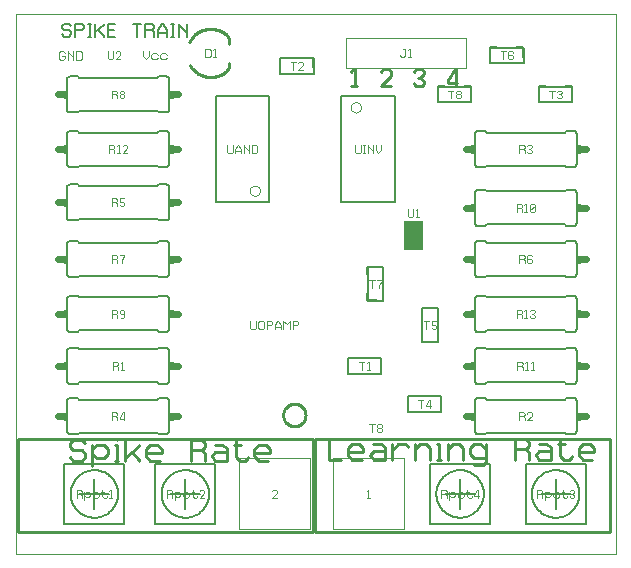
<source format=gto>
G75*
G71*
%OFA0B0*%
%FSLAX23Y23*%
%IPPOS*%
%LPD*%
%ADD10C,0.1*%
%ADD11C,0.111*%
%ADD12C,0.2*%
%ADD13C,0.152*%
%ADD14C,0.203*%
%ADD15C,0.127*%
%ADD16C,0.61*%
%ADD17C,0*%
%ADD18C,0.05*%
%ADD19C,0.254*%
%ADD20C,0.254*%
%ADD21C,0.25*%
%ADD22C,0.294*%
%ADD23C,0.176*%
%ADD24C,0.235*%
%ADD25C,0.118*%
%LPD*%D10*
X0Y0D02*
X0Y100D01*
X0Y200D01*
X0Y299D01*
X0Y399D01*
X0Y499D01*
X0Y599D01*
X0Y699D01*
X0Y799D01*
X0Y898D01*
X0Y998D01*
X0Y1098D01*
X0Y1198D01*
X0Y1298D01*
X0Y1398D01*
X0Y1497D01*
X0Y1597D01*
X0Y1697D01*
X0Y1797D01*
X0Y1897D01*
X0Y1996D01*
X0Y2096D01*
X0Y2196D01*
X0Y2296D01*
X0Y2396D01*
X0Y2496D01*
X0Y2595D01*
X0Y2695D01*
X0Y2795D01*
X0Y2895D01*
X0Y2995D01*
X0Y3095D01*
X0Y3194D01*
X0Y3294D01*
X0Y3394D01*
X0Y3494D01*
X0Y3594D01*
X0Y3694D01*
X0Y3793D01*
X0Y3893D01*
X0Y3993D01*
X0Y4093D01*
X0Y4193D01*
X0Y4292D01*
X0Y4392D01*
X0Y4492D01*
X0Y4592D01*
X0Y4692D01*
X0Y4792D01*
X0Y4891D01*
X0Y4991D01*
X0Y5091D01*
X0Y5191D01*
X0Y5291D01*
X0Y5391D01*
X0Y5490D01*
X0Y5590D01*
X0Y5690D01*
X0Y5790D01*
X0Y5890D01*
X0Y5989D01*
X0Y6089D01*
X0Y6189D01*
X0Y6289D01*
X0Y6389D01*
X0Y6489D01*
X0Y6588D01*
X0Y6688D01*
X0Y6788D01*
X0Y6888D01*
X0Y6988D01*
X0Y7088D01*
X0Y7187D01*
X0Y7287D01*
X0Y7387D01*
X0Y7487D01*
X0Y7587D01*
X0Y7687D01*
X0Y7786D01*
X0Y7886D01*
X0Y7986D01*
X0Y8086D01*
X0Y8186D01*
X0Y8285D01*
X0Y8385D01*
X0Y8485D01*
X0Y8585D01*
X0Y8685D01*
X0Y8785D01*
X0Y8884D01*
X0Y8984D01*
X0Y9084D01*
X0Y9184D01*
X0Y9284D01*
X0Y9384D01*
X0Y9483D01*
X0Y9583D01*
X0Y9683D01*
X0Y9783D01*
X0Y9883D01*
X0Y9982D01*
X0Y10082D01*
X0Y10182D01*
X0Y10282D01*
X0Y10382D01*
X0Y10482D01*
X0Y10581D01*
X0Y10681D01*
X0Y10781D01*
X0Y10881D01*
X0Y10981D01*
X0Y11081D01*
X0Y11180D01*
X0Y11280D01*
X0Y11380D01*
X0Y11480D01*
X0Y11580D01*
X0Y11680D01*
X0Y11779D01*
X0Y11879D01*
X0Y11979D01*
X0Y12079D01*
X0Y12179D01*
X0Y12278D01*
X0Y12378D01*
X0Y12478D01*
X0Y12578D01*
X0Y12678D01*
X0Y12778D01*
X0Y12877D01*
X0Y12977D01*
X0Y13077D01*
X0Y13177D01*
X0Y13277D01*
X0Y13377D01*
X0Y13476D01*
X0Y13576D01*
X0Y13676D01*
X0Y13776D01*
X0Y13876D01*
X0Y13975D01*
X0Y14075D01*
X0Y14175D01*
X0Y14275D01*
X0Y14375D01*
X0Y14475D01*
X0Y14574D01*
X0Y14674D01*
X0Y14774D01*
X0Y14874D01*
X0Y14974D01*
X0Y15074D01*
X0Y15173D01*
X0Y15273D01*
X0Y15373D01*
X0Y15473D01*
X0Y15573D01*
X0Y15672D01*
X0Y15772D01*
X0Y15872D01*
X0Y15972D01*
X0Y16072D01*
X0Y16172D01*
X0Y16271D01*
X0Y16371D01*
X0Y16471D01*
X0Y16571D01*
X0Y16671D01*
X0Y16771D01*
X0Y16870D01*
X0Y16970D01*
X0Y17070D01*
X0Y17170D01*
X0Y17270D01*
X0Y17370D01*
X0Y17469D01*
X0Y17569D01*
X0Y17669D01*
X0Y17769D01*
X0Y17869D01*
X0Y17968D01*
X0Y18068D01*
X0Y18168D01*
X0Y18268D01*
X0Y18368D01*
X0Y18468D01*
X0Y18567D01*
X0Y18667D01*
X0Y18767D01*
X0Y18867D01*
X0Y18967D01*
X0Y19067D01*
X0Y19166D01*
X0Y19266D01*
X0Y19366D01*
X0Y19466D01*
X0Y19566D01*
X0Y19665D01*
X0Y19765D01*
X0Y19865D01*
X0Y19965D01*
X0Y20065D01*
X0Y20165D01*
X0Y20264D01*
X0Y20364D01*
X0Y20464D01*
X0Y20564D01*
X0Y20664D01*
X0Y20764D01*
X0Y20863D01*
X0Y20963D01*
X0Y21063D01*
X0Y21163D01*
X0Y21263D01*
X0Y21363D01*
X0Y21462D01*
X0Y21562D01*
X0Y21662D01*
X0Y21762D01*
X0Y21862D01*
X0Y21961D01*
X0Y22061D01*
X0Y22161D01*
X0Y22261D01*
X0Y22361D01*
X0Y22461D01*
X0Y22560D01*
X0Y22660D01*
X0Y22760D01*
X0Y22860D01*
X0Y22960D01*
X0Y23060D01*
X0Y23159D01*
X0Y23259D01*
X0Y23359D01*
X0Y23459D01*
X0Y23559D01*
X0Y23659D01*
X0Y23758D01*
X0Y23858D01*
X0Y23958D01*
X0Y24058D01*
X0Y24158D01*
X0Y24257D01*
X0Y24357D01*
X0Y24457D01*
X0Y24557D01*
X0Y24657D01*
X0Y24757D01*
X0Y24856D01*
X0Y24956D01*
X0Y25056D01*
X0Y25156D01*
X0Y25256D01*
X0Y25356D01*
X0Y25455D01*
X0Y25555D01*
X0Y25655D01*
X0Y25755D01*
X0Y25855D01*
X0Y25954D01*
X0Y26054D01*
X0Y26154D01*
X0Y26254D01*
X0Y26354D01*
X0Y26454D01*
X0Y26553D01*
X0Y26653D01*
X0Y26753D01*
X0Y26853D01*
X0Y26953D01*
X0Y27053D01*
X0Y27152D01*
X0Y27252D01*
X0Y27352D01*
X0Y27452D01*
X0Y27552D01*
X0Y27651D01*
X0Y27751D01*
X0Y27851D01*
X0Y27951D01*
X0Y28051D01*
X0Y28151D01*
X0Y28250D01*
X0Y28350D01*
X0Y28450D01*
X0Y28550D01*
X0Y28650D01*
X0Y28750D01*
X0Y28849D01*
X0Y28949D01*
X0Y29049D01*
X0Y29149D01*
X0Y29249D01*
X0Y29349D01*
X0Y29448D01*
X0Y29548D01*
X0Y29648D01*
X0Y29748D01*
X0Y29848D01*
X0Y29947D01*
X0Y30047D01*
X0Y30147D01*
X0Y30247D01*
X0Y30347D01*
X0Y30447D01*
X0Y30546D01*
X0Y30646D01*
X0Y30746D01*
X0Y30846D01*
X0Y30946D01*
X0Y31046D01*
X0Y31145D01*
X0Y31245D01*
X0Y31345D01*
X0Y31445D01*
X0Y31545D01*
X0Y31645D01*
X0Y31744D01*
X0Y31844D01*
X0Y31944D01*
X0Y32044D01*
X0Y32144D01*
X0Y32243D01*
X0Y32343D01*
X0Y32443D01*
X0Y32543D01*
X0Y32643D01*
X0Y32743D01*
X0Y32842D01*
X0Y32942D01*
X0Y33042D01*
X0Y33142D01*
X0Y33242D01*
X0Y33342D01*
X0Y33441D01*
X0Y33541D01*
X0Y33641D01*
X0Y33741D01*
X0Y33841D01*
X0Y33940D01*
X0Y34040D01*
X0Y34140D01*
X0Y34240D01*
X0Y34340D01*
X0Y34440D01*
X0Y34539D01*
X0Y34639D01*
X0Y34739D01*
X0Y34839D01*
X0Y34939D01*
X0Y35039D01*
X0Y35138D01*
X0Y35238D01*
X0Y35338D01*
X0Y35438D01*
X0Y35538D01*
X0Y35638D01*
X0Y35737D01*
X0Y35837D01*
X0Y35937D01*
X0Y36037D01*
X0Y36137D01*
X0Y36236D01*
X0Y36336D01*
X0Y36436D01*
X0Y36536D01*
X0Y36636D01*
X0Y36736D01*
X0Y36835D01*
X0Y36935D01*
X0Y37035D01*
X0Y37135D01*
X0Y37235D01*
X0Y37335D01*
X0Y37434D01*
X0Y37534D01*
X0Y37634D01*
X0Y37734D01*
X0Y37834D01*
X0Y37934D01*
X0Y38033D01*
X0Y38133D01*
X0Y38233D01*
X0Y38333D01*
X0Y38433D01*
X0Y38532D01*
X0Y38632D01*
X0Y38732D01*
X0Y38832D01*
X0Y38932D01*
X0Y39032D01*
X0Y39131D01*
X0Y39231D01*
X0Y39331D01*
X0Y39431D01*
X0Y39531D01*
X0Y39631D01*
X0Y39730D01*
X0Y39830D01*
X0Y39930D01*
X0Y40030D01*
X0Y40130D01*
X0Y40230D01*
X0Y40329D01*
X0Y40429D01*
X0Y40529D01*
X0Y40629D01*
X0Y40729D01*
X0Y40828D01*
X0Y40928D01*
X0Y41028D01*
X0Y41128D01*
X0Y41228D01*
X0Y41328D01*
X0Y41427D01*
X0Y41527D01*
X0Y41627D01*
X0Y41727D01*
X0Y41827D01*
X0Y41927D01*
X0Y42026D01*
X0Y42126D01*
X0Y42226D01*
X0Y42326D01*
X0Y42426D01*
X0Y42525D01*
X0Y42625D01*
X0Y42725D01*
X0Y42825D01*
X0Y42925D01*
X0Y43025D01*
X0Y43124D01*
X0Y43224D01*
X0Y43324D01*
X0Y43424D01*
X0Y43524D01*
X0Y43624D01*
X0Y43723D01*
X0Y43823D01*
X0Y43923D01*
X0Y44023D01*
X0Y44123D01*
X0Y44223D01*
X0Y44322D01*
X0Y44422D01*
X0Y44522D01*
X0Y44622D01*
X0Y44722D01*
X0Y44822D01*
X0Y44921D01*
X0Y45021D01*
X0Y45121D01*
X0Y45221D01*
X0Y45321D01*
X0Y45420D01*
X0Y45520D01*
X0Y45620D01*
X0Y45720D01*
X100Y45720D01*
X200Y45720D01*
X300Y45720D01*
X400Y45720D01*
X500Y45720D01*
X600Y45720D01*
X700Y45720D01*
X800Y45720D01*
X900Y45720D01*
X1000Y45720D01*
X1100Y45720D01*
X1200Y45720D01*
X1300Y45720D01*
X1400Y45720D01*
X1500Y45720D01*
X1600Y45720D01*
X1700Y45720D01*
X1800Y45720D01*
X1900Y45720D01*
X2000Y45720D01*
X2100Y45720D01*
X2200Y45720D01*
X2300Y45720D01*
X2400Y45720D01*
X2500Y45720D01*
X2600Y45720D01*
X2700Y45720D01*
X2800Y45720D01*
X2900Y45720D01*
X3000Y45720D01*
X3100Y45720D01*
X3200Y45720D01*
X3300Y45720D01*
X3400Y45720D01*
X3500Y45720D01*
X3600Y45720D01*
X3700Y45720D01*
X3800Y45720D01*
X3900Y45720D01*
X4000Y45720D01*
X4100Y45720D01*
X4200Y45720D01*
X4300Y45720D01*
X4400Y45720D01*
X4500Y45720D01*
X4600Y45720D01*
X4700Y45720D01*
X4800Y45720D01*
X4900Y45720D01*
X5000Y45720D01*
X5100Y45720D01*
X5200Y45720D01*
X5300Y45720D01*
X5400Y45720D01*
X5500Y45720D01*
X5600Y45720D01*
X5700Y45720D01*
X5800Y45720D01*
X5900Y45720D01*
X6000Y45720D01*
X6100Y45720D01*
X6200Y45720D01*
X6300Y45720D01*
X6400Y45720D01*
X6500Y45720D01*
X6600Y45720D01*
X6700Y45720D01*
X6800Y45720D01*
X6900Y45720D01*
X7000Y45720D01*
X7100Y45720D01*
X7200Y45720D01*
X7300Y45720D01*
X7400Y45720D01*
X7500Y45720D01*
X7600Y45720D01*
X7700Y45720D01*
X7800Y45720D01*
X7900Y45720D01*
X8000Y45720D01*
X8100Y45720D01*
X8200Y45720D01*
X8300Y45720D01*
X8400Y45720D01*
X8500Y45720D01*
X8600Y45720D01*
X8700Y45720D01*
X8800Y45720D01*
X8900Y45720D01*
X9000Y45720D01*
X9100Y45720D01*
X9200Y45720D01*
X9300Y45720D01*
X9400Y45720D01*
X9500Y45720D01*
X9600Y45720D01*
X9700Y45720D01*
X9800Y45720D01*
X9900Y45720D01*
X10000Y45720D01*
X10100Y45720D01*
X10200Y45720D01*
X10300Y45720D01*
X10400Y45720D01*
X10500Y45720D01*
X10600Y45720D01*
X10700Y45720D01*
X10800Y45720D01*
X10900Y45720D01*
X11000Y45720D01*
X11100Y45720D01*
X11200Y45720D01*
X11300Y45720D01*
X11400Y45720D01*
X11500Y45720D01*
X11600Y45720D01*
X11700Y45720D01*
X11800Y45720D01*
X11900Y45720D01*
X12000Y45720D01*
X12100Y45720D01*
X12200Y45720D01*
X12300Y45720D01*
X12400Y45720D01*
X12500Y45720D01*
X12600Y45720D01*
X12700Y45720D01*
X12800Y45720D01*
X12900Y45720D01*
X13000Y45720D01*
X13100Y45720D01*
X13200Y45720D01*
X13300Y45720D01*
X13400Y45720D01*
X13500Y45720D01*
X13600Y45720D01*
X13700Y45720D01*
X13800Y45720D01*
X13900Y45720D01*
X14000Y45720D01*
X14100Y45720D01*
X14200Y45720D01*
X14300Y45720D01*
X14400Y45720D01*
X14500Y45720D01*
X14600Y45720D01*
X14700Y45720D01*
X14800Y45720D01*
X14900Y45720D01*
X15000Y45720D01*
X15100Y45720D01*
X15200Y45720D01*
X15300Y45720D01*
X15400Y45720D01*
X15500Y45720D01*
X15600Y45720D01*
X15700Y45720D01*
X15800Y45720D01*
X15900Y45720D01*
X16000Y45720D01*
X16100Y45720D01*
X16200Y45720D01*
X16300Y45720D01*
X16400Y45720D01*
X16500Y45720D01*
X16600Y45720D01*
X16700Y45720D01*
X16800Y45720D01*
X16900Y45720D01*
X17000Y45720D01*
X17100Y45720D01*
X17200Y45720D01*
X17300Y45720D01*
X17400Y45720D01*
X17500Y45720D01*
X17600Y45720D01*
X17700Y45720D01*
X17800Y45720D01*
X17900Y45720D01*
X18000Y45720D01*
X18100Y45720D01*
X18200Y45720D01*
X18300Y45720D01*
X18400Y45720D01*
X18500Y45720D01*
X18600Y45720D01*
X18700Y45720D01*
X18800Y45720D01*
X18900Y45720D01*
X19000Y45720D01*
X19100Y45720D01*
X19200Y45720D01*
X19300Y45720D01*
X19400Y45720D01*
X19500Y45720D01*
X19600Y45720D01*
X19700Y45720D01*
X19800Y45720D01*
X19900Y45720D01*
X20000Y45720D01*
X20100Y45720D01*
X20200Y45720D01*
X20300Y45720D01*
X20400Y45720D01*
X20500Y45720D01*
X20600Y45720D01*
X20700Y45720D01*
X20800Y45720D01*
X20900Y45720D01*
X21000Y45720D01*
X21100Y45720D01*
X21200Y45720D01*
X21300Y45720D01*
X21400Y45720D01*
X21500Y45720D01*
X21600Y45720D01*
X21700Y45720D01*
X21800Y45720D01*
X21900Y45720D01*
X22000Y45720D01*
X22100Y45720D01*
X22200Y45720D01*
X22300Y45720D01*
X22400Y45720D01*
X22500Y45720D01*
X22600Y45720D01*
X22700Y45720D01*
X22800Y45720D01*
X22900Y45720D01*
X23000Y45720D01*
X23100Y45720D01*
X23200Y45720D01*
X23300Y45720D01*
X23400Y45720D01*
X23500Y45720D01*
X23600Y45720D01*
X23700Y45720D01*
X23800Y45720D01*
X23900Y45720D01*
X24000Y45720D01*
X24100Y45720D01*
X24200Y45720D01*
X24300Y45720D01*
X24400Y45720D01*
X24500Y45720D01*
X24600Y45720D01*
X24700Y45720D01*
X24800Y45720D01*
X24900Y45720D01*
X25000Y45720D01*
X25100Y45720D01*
X25200Y45720D01*
X25300Y45720D01*
X25400Y45720D01*
X25500Y45720D01*
X25600Y45720D01*
X25700Y45720D01*
X25800Y45720D01*
X25900Y45720D01*
X26000Y45720D01*
X26100Y45720D01*
X26200Y45720D01*
X26300Y45720D01*
X26400Y45720D01*
X26500Y45720D01*
X26600Y45720D01*
X26700Y45720D01*
X26800Y45720D01*
X26900Y45720D01*
X27000Y45720D01*
X27100Y45720D01*
X27200Y45720D01*
X27300Y45720D01*
X27400Y45720D01*
X27500Y45720D01*
X27600Y45720D01*
X27700Y45720D01*
X27800Y45720D01*
X27900Y45720D01*
X28000Y45720D01*
X28100Y45720D01*
X28200Y45720D01*
X28300Y45720D01*
X28400Y45720D01*
X28500Y45720D01*
X28600Y45720D01*
X28700Y45720D01*
X28800Y45720D01*
X28900Y45720D01*
X29000Y45720D01*
X29100Y45720D01*
X29200Y45720D01*
X29300Y45720D01*
X29400Y45720D01*
X29500Y45720D01*
X29600Y45720D01*
X29700Y45720D01*
X29800Y45720D01*
X29900Y45720D01*
X30000Y45720D01*
X30100Y45720D01*
X30200Y45720D01*
X30300Y45720D01*
X30400Y45720D01*
X30500Y45720D01*
X30600Y45720D01*
X30700Y45720D01*
X30800Y45720D01*
X30900Y45720D01*
X31000Y45720D01*
X31100Y45720D01*
X31200Y45720D01*
X31300Y45720D01*
X31400Y45720D01*
X31500Y45720D01*
X31600Y45720D01*
X31700Y45720D01*
X31800Y45720D01*
X31900Y45720D01*
X32000Y45720D01*
X32100Y45720D01*
X32200Y45720D01*
X32300Y45720D01*
X32400Y45720D01*
X32500Y45720D01*
X32600Y45720D01*
X32700Y45720D01*
X32800Y45720D01*
X32900Y45720D01*
X33000Y45720D01*
X33100Y45720D01*
X33200Y45720D01*
X33300Y45720D01*
X33400Y45720D01*
X33500Y45720D01*
X33600Y45720D01*
X33700Y45720D01*
X33800Y45720D01*
X33900Y45720D01*
X34000Y45720D01*
X34100Y45720D01*
X34200Y45720D01*
X34300Y45720D01*
X34400Y45720D01*
X34500Y45720D01*
X34600Y45720D01*
X34700Y45720D01*
X34800Y45720D01*
X34900Y45720D01*
X35000Y45720D01*
X35100Y45720D01*
X35200Y45720D01*
X35300Y45720D01*
X35400Y45720D01*
X35500Y45720D01*
X35600Y45720D01*
X35700Y45720D01*
X35800Y45720D01*
X35900Y45720D01*
X36000Y45720D01*
X36100Y45720D01*
X36200Y45720D01*
X36300Y45720D01*
X36400Y45720D01*
X36500Y45720D01*
X36600Y45720D01*
X36700Y45720D01*
X36800Y45720D01*
X36900Y45720D01*
X37000Y45720D01*
X37100Y45720D01*
X37200Y45720D01*
X37300Y45720D01*
X37400Y45720D01*
X37500Y45720D01*
X37600Y45720D01*
X37700Y45720D01*
X37800Y45720D01*
X37900Y45720D01*
X38000Y45720D01*
X38100Y45720D01*
X38200Y45720D01*
X38300Y45720D01*
X38400Y45720D01*
X38500Y45720D01*
X38600Y45720D01*
X38700Y45720D01*
X38800Y45720D01*
X38900Y45720D01*
X39000Y45720D01*
X39100Y45720D01*
X39200Y45720D01*
X39300Y45720D01*
X39400Y45720D01*
X39500Y45720D01*
X39600Y45720D01*
X39700Y45720D01*
X39800Y45720D01*
X39900Y45720D01*
X40000Y45720D01*
X40100Y45720D01*
X40200Y45720D01*
X40300Y45720D01*
X40400Y45720D01*
X40500Y45720D01*
X40600Y45720D01*
X40700Y45720D01*
X40800Y45720D01*
X40900Y45720D01*
X41000Y45720D01*
X41100Y45720D01*
X41200Y45720D01*
X41300Y45720D01*
X41400Y45720D01*
X41500Y45720D01*
X41600Y45720D01*
X41700Y45720D01*
X41800Y45720D01*
X41900Y45720D01*
X42000Y45720D01*
X42100Y45720D01*
X42200Y45720D01*
X42300Y45720D01*
X42400Y45720D01*
X42500Y45720D01*
X42600Y45720D01*
X42700Y45720D01*
X42800Y45720D01*
X42900Y45720D01*
X43000Y45720D01*
X43100Y45720D01*
X43200Y45720D01*
X43300Y45720D01*
X43400Y45720D01*
X43500Y45720D01*
X43600Y45720D01*
X43700Y45720D01*
X43800Y45720D01*
X43900Y45720D01*
X44000Y45720D01*
X44100Y45720D01*
X44200Y45720D01*
X44300Y45720D01*
X44400Y45720D01*
X44500Y45720D01*
X44600Y45720D01*
X44700Y45720D01*
X44800Y45720D01*
X44900Y45720D01*
X45000Y45720D01*
X45100Y45720D01*
X45200Y45720D01*
X45300Y45720D01*
X45400Y45720D01*
X45500Y45720D01*
X45600Y45720D01*
X45700Y45720D01*
X45800Y45720D01*
X45900Y45720D01*
X46000Y45720D01*
X46100Y45720D01*
X46200Y45720D01*
X46300Y45720D01*
X46400Y45720D01*
X46500Y45720D01*
X46600Y45720D01*
X46700Y45720D01*
X46800Y45720D01*
X46900Y45720D01*
X47000Y45720D01*
X47100Y45720D01*
X47200Y45720D01*
X47300Y45720D01*
X47400Y45720D01*
X47500Y45720D01*
X47600Y45720D01*
X47700Y45720D01*
X47800Y45720D01*
X47900Y45720D01*
X48000Y45720D01*
X48100Y45720D01*
X48200Y45720D01*
X48300Y45720D01*
X48400Y45720D01*
X48500Y45720D01*
X48600Y45720D01*
X48700Y45720D01*
X48800Y45720D01*
X48900Y45720D01*
X49000Y45720D01*
X49100Y45720D01*
X49200Y45720D01*
X49300Y45720D01*
X49400Y45720D01*
X49500Y45720D01*
X49600Y45720D01*
X49700Y45720D01*
X49800Y45720D01*
X49900Y45720D01*
X50000Y45720D01*
X50100Y45720D01*
X50200Y45720D01*
X50300Y45720D01*
X50400Y45720D01*
X50500Y45720D01*
X50600Y45720D01*
X50700Y45720D01*
X50800Y45720D01*
X50800Y45620D01*
X50800Y45520D01*
X50800Y45421D01*
X50800Y45321D01*
X50800Y45221D01*
X50800Y45121D01*
X50800Y45021D01*
X50800Y44921D01*
X50800Y44822D01*
X50800Y44722D01*
X50800Y44622D01*
X50800Y44522D01*
X50800Y44422D01*
X50800Y44322D01*
X50800Y44223D01*
X50800Y44123D01*
X50800Y44023D01*
X50800Y43923D01*
X50800Y43823D01*
X50800Y43724D01*
X50800Y43624D01*
X50800Y43524D01*
X50800Y43424D01*
X50800Y43324D01*
X50800Y43224D01*
X50800Y43125D01*
X50800Y43025D01*
X50800Y42925D01*
X50800Y42825D01*
X50800Y42725D01*
X50800Y42625D01*
X50800Y42526D01*
X50800Y42426D01*
X50800Y42326D01*
X50800Y42226D01*
X50800Y42126D01*
X50800Y42026D01*
X50800Y41927D01*
X50800Y41827D01*
X50800Y41727D01*
X50800Y41627D01*
X50800Y41527D01*
X50800Y41428D01*
X50800Y41328D01*
X50800Y41228D01*
X50800Y41128D01*
X50800Y41028D01*
X50800Y40928D01*
X50800Y40829D01*
X50800Y40729D01*
X50800Y40629D01*
X50800Y40529D01*
X50800Y40429D01*
X50800Y40329D01*
X50800Y40230D01*
X50800Y40130D01*
X50800Y40030D01*
X50800Y39930D01*
X50800Y39830D01*
X50800Y39731D01*
X50800Y39631D01*
X50800Y39531D01*
X50800Y39431D01*
X50800Y39331D01*
X50800Y39231D01*
X50800Y39132D01*
X50800Y39032D01*
X50800Y38932D01*
X50800Y38832D01*
X50800Y38732D01*
X50800Y38632D01*
X50800Y38533D01*
X50800Y38433D01*
X50800Y38333D01*
X50800Y38233D01*
X50800Y38133D01*
X50800Y38033D01*
X50800Y37934D01*
X50800Y37834D01*
X50800Y37734D01*
X50800Y37634D01*
X50800Y37534D01*
X50800Y37435D01*
X50800Y37335D01*
X50800Y37235D01*
X50800Y37135D01*
X50800Y37035D01*
X50800Y36935D01*
X50800Y36836D01*
X50800Y36736D01*
X50800Y36636D01*
X50800Y36536D01*
X50800Y36436D01*
X50800Y36336D01*
X50800Y36237D01*
X50800Y36137D01*
X50800Y36037D01*
X50800Y35937D01*
X50800Y35837D01*
X50800Y35738D01*
X50800Y35638D01*
X50800Y35538D01*
X50800Y35438D01*
X50800Y35338D01*
X50800Y35238D01*
X50800Y35139D01*
X50800Y35039D01*
X50800Y34939D01*
X50800Y34839D01*
X50800Y34739D01*
X50800Y34639D01*
X50800Y34540D01*
X50800Y34440D01*
X50800Y34340D01*
X50800Y34240D01*
X50800Y34140D01*
X50800Y34040D01*
X50800Y33941D01*
X50800Y33841D01*
X50800Y33741D01*
X50800Y33641D01*
X50800Y33541D01*
X50800Y33442D01*
X50800Y33342D01*
X50800Y33242D01*
X50800Y33142D01*
X50800Y33042D01*
X50800Y32942D01*
X50800Y32843D01*
X50800Y32743D01*
X50800Y32643D01*
X50800Y32543D01*
X50800Y32443D01*
X50800Y32343D01*
X50800Y32244D01*
X50800Y32144D01*
X50800Y32044D01*
X50800Y31944D01*
X50800Y31844D01*
X50800Y31745D01*
X50800Y31645D01*
X50800Y31545D01*
X50800Y31445D01*
X50800Y31345D01*
X50800Y31245D01*
X50800Y31146D01*
X50800Y31046D01*
X50800Y30946D01*
X50800Y30846D01*
X50800Y30746D01*
X50800Y30646D01*
X50800Y30547D01*
X50800Y30447D01*
X50800Y30347D01*
X50800Y30247D01*
X50800Y30147D01*
X50800Y30048D01*
X50800Y29948D01*
X50800Y29848D01*
X50800Y29748D01*
X50800Y29648D01*
X50800Y29548D01*
X50800Y29449D01*
X50800Y29349D01*
X50800Y29249D01*
X50800Y29149D01*
X50800Y29049D01*
X50800Y28949D01*
X50800Y28850D01*
X50800Y28750D01*
X50800Y28650D01*
X50800Y28550D01*
X50800Y28450D01*
X50800Y28350D01*
X50800Y28251D01*
X50800Y28151D01*
X50800Y28051D01*
X50800Y27951D01*
X50800Y27851D01*
X50800Y27752D01*
X50800Y27652D01*
X50800Y27552D01*
X50800Y27452D01*
X50800Y27352D01*
X50800Y27252D01*
X50800Y27153D01*
X50800Y27053D01*
X50800Y26953D01*
X50800Y26853D01*
X50800Y26753D01*
X50800Y26653D01*
X50800Y26554D01*
X50800Y26454D01*
X50800Y26354D01*
X50800Y26254D01*
X50800Y26154D01*
X50800Y26055D01*
X50800Y25955D01*
X50800Y25855D01*
X50800Y25755D01*
X50800Y25655D01*
X50800Y25555D01*
X50800Y25456D01*
X50800Y25356D01*
X50800Y25256D01*
X50800Y25156D01*
X50800Y25056D01*
X50800Y24956D01*
X50800Y24857D01*
X50800Y24757D01*
X50800Y24657D01*
X50800Y24557D01*
X50800Y24457D01*
X50800Y24357D01*
X50800Y24258D01*
X50800Y24158D01*
X50800Y24058D01*
X50800Y23958D01*
X50800Y23858D01*
X50800Y23759D01*
X50800Y23659D01*
X50800Y23559D01*
X50800Y23459D01*
X50800Y23359D01*
X50800Y23259D01*
X50800Y23160D01*
X50800Y23060D01*
X50800Y22960D01*
X50800Y22860D01*
X50800Y22760D01*
X50800Y22660D01*
X50800Y22561D01*
X50800Y22461D01*
X50800Y22361D01*
X50800Y22261D01*
X50800Y22161D01*
X50800Y22061D01*
X50800Y21962D01*
X50800Y21862D01*
X50800Y21762D01*
X50800Y21662D01*
X50800Y21562D01*
X50800Y21463D01*
X50800Y21363D01*
X50800Y21263D01*
X50800Y21163D01*
X50800Y21063D01*
X50800Y20963D01*
X50800Y20864D01*
X50800Y20764D01*
X50800Y20664D01*
X50800Y20564D01*
X50800Y20464D01*
X50800Y20364D01*
X50800Y20265D01*
X50800Y20165D01*
X50800Y20065D01*
X50800Y19965D01*
X50800Y19865D01*
X50800Y19766D01*
X50800Y19666D01*
X50800Y19566D01*
X50800Y19466D01*
X50800Y19366D01*
X50800Y19266D01*
X50800Y19167D01*
X50800Y19067D01*
X50800Y18967D01*
X50800Y18867D01*
X50800Y18767D01*
X50800Y18667D01*
X50800Y18568D01*
X50800Y18468D01*
X50800Y18368D01*
X50800Y18268D01*
X50800Y18168D01*
X50800Y18069D01*
X50800Y17969D01*
X50800Y17869D01*
X50800Y17769D01*
X50800Y17669D01*
X50800Y17569D01*
X50800Y17470D01*
X50800Y17370D01*
X50800Y17270D01*
X50800Y17170D01*
X50800Y17070D01*
X50800Y16970D01*
X50800Y16871D01*
X50800Y16771D01*
X50800Y16671D01*
X50800Y16571D01*
X50800Y16471D01*
X50800Y16371D01*
X50800Y16272D01*
X50800Y16172D01*
X50800Y16072D01*
X50800Y15972D01*
X50800Y15872D01*
X50800Y15773D01*
X50800Y15673D01*
X50800Y15573D01*
X50800Y15473D01*
X50800Y15373D01*
X50800Y15273D01*
X50800Y15174D01*
X50800Y15074D01*
X50800Y14974D01*
X50800Y14874D01*
X50800Y14774D01*
X50800Y14674D01*
X50800Y14575D01*
X50800Y14475D01*
X50800Y14375D01*
X50800Y14275D01*
X50800Y14175D01*
X50800Y14075D01*
X50800Y13976D01*
X50800Y13876D01*
X50800Y13776D01*
X50800Y13676D01*
X50800Y13576D01*
X50800Y13477D01*
X50800Y13377D01*
X50800Y13277D01*
X50800Y13177D01*
X50800Y13077D01*
X50800Y12977D01*
X50800Y12878D01*
X50800Y12778D01*
X50800Y12678D01*
X50800Y12578D01*
X50800Y12478D01*
X50800Y12378D01*
X50800Y12279D01*
X50800Y12179D01*
X50800Y12079D01*
X50800Y11979D01*
X50800Y11879D01*
X50800Y11780D01*
X50800Y11680D01*
X50800Y11580D01*
X50800Y11480D01*
X50800Y11380D01*
X50800Y11280D01*
X50800Y11181D01*
X50800Y11081D01*
X50800Y10981D01*
X50800Y10881D01*
X50800Y10781D01*
X50800Y10681D01*
X50800Y10582D01*
X50800Y10482D01*
X50800Y10382D01*
X50800Y10282D01*
X50800Y10182D01*
X50800Y10082D01*
X50800Y9983D01*
X50800Y9883D01*
X50800Y9783D01*
X50800Y9683D01*
X50800Y9583D01*
X50800Y9484D01*
X50800Y9384D01*
X50800Y9284D01*
X50800Y9184D01*
X50800Y9084D01*
X50800Y8984D01*
X50800Y8885D01*
X50800Y8785D01*
X50800Y8685D01*
X50800Y8585D01*
X50800Y8485D01*
X50800Y8385D01*
X50800Y8286D01*
X50800Y8186D01*
X50800Y8086D01*
X50800Y7986D01*
X50800Y7886D01*
X50800Y7786D01*
X50800Y7687D01*
X50800Y7587D01*
X50800Y7487D01*
X50800Y7387D01*
X50800Y7287D01*
X50800Y7188D01*
X50800Y7088D01*
X50800Y6988D01*
X50800Y6888D01*
X50800Y6788D01*
X50800Y6688D01*
X50800Y6589D01*
X50800Y6489D01*
X50800Y6389D01*
X50800Y6289D01*
X50800Y6189D01*
X50800Y6089D01*
X50800Y5990D01*
X50800Y5890D01*
X50800Y5790D01*
X50800Y5690D01*
X50800Y5590D01*
X50800Y5490D01*
X50800Y5391D01*
X50800Y5291D01*
X50800Y5191D01*
X50800Y5091D01*
X50800Y4991D01*
X50800Y4892D01*
X50800Y4792D01*
X50800Y4692D01*
X50800Y4592D01*
X50800Y4492D01*
X50800Y4392D01*
X50800Y4293D01*
X50800Y4193D01*
X50800Y4093D01*
X50800Y3993D01*
X50800Y3893D01*
X50800Y3793D01*
X50800Y3694D01*
X50800Y3594D01*
X50800Y3494D01*
X50800Y3394D01*
X50800Y3294D01*
X50800Y3195D01*
X50800Y3095D01*
X50800Y2995D01*
X50800Y2895D01*
X50800Y2795D01*
X50800Y2695D01*
X50800Y2596D01*
X50800Y2496D01*
X50800Y2396D01*
X50800Y2296D01*
X50800Y2196D01*
X50800Y2096D01*
X50800Y1997D01*
X50800Y1897D01*
X50800Y1797D01*
X50800Y1697D01*
X50800Y1597D01*
X50800Y1497D01*
X50800Y1398D01*
X50800Y1298D01*
X50800Y1198D01*
X50800Y1098D01*
X50800Y998D01*
X50800Y898D01*
X50800Y799D01*
X50800Y699D01*
X50800Y599D01*
X50800Y499D01*
X50800Y399D01*
X50800Y300D01*
X50800Y200D01*
X50800Y100D01*
X50800Y0D01*
X50700Y0D01*
X50600Y0D01*
X50500Y0D01*
X50400Y0D01*
X50300Y0D01*
X50200Y0D01*
X50100Y0D01*
X50000Y0D01*
X49900Y0D01*
X49800Y0D01*
X49700Y0D01*
X49600Y0D01*
X49500Y0D01*
X49400Y0D01*
X49300Y0D01*
X49200Y0D01*
X49100Y0D01*
X49000Y0D01*
X48900Y0D01*
X48800Y0D01*
X48700Y0D01*
X48600Y0D01*
X48500Y0D01*
X48400Y0D01*
X48300Y0D01*
X48200Y0D01*
X48100Y0D01*
X48000Y0D01*
X47900Y0D01*
X47800Y0D01*
X47700Y0D01*
X47600Y0D01*
X47500Y0D01*
X47400Y0D01*
X47300Y0D01*
X47200Y0D01*
X47100Y0D01*
X47000Y0D01*
X46900Y0D01*
X46800Y0D01*
X46700Y0D01*
X46600Y0D01*
X46500Y0D01*
X46400Y0D01*
X46300Y0D01*
X46200Y0D01*
X46100Y0D01*
X46000Y0D01*
X45900Y0D01*
X45800Y0D01*
X45700Y0D01*
X45600Y0D01*
X45500Y0D01*
X45400Y0D01*
X45300Y0D01*
X45200Y0D01*
X45100Y0D01*
X45000Y0D01*
X44900Y0D01*
X44800Y0D01*
X44700Y0D01*
X44600Y0D01*
X44500Y0D01*
X44400Y0D01*
X44300Y0D01*
X44200Y0D01*
X44100Y0D01*
X44000Y0D01*
X43900Y0D01*
X43800Y0D01*
X43700Y0D01*
X43600Y0D01*
X43500Y0D01*
X43400Y0D01*
X43300Y0D01*
X43200Y0D01*
X43100Y0D01*
X43000Y0D01*
X42900Y0D01*
X42800Y0D01*
X42700Y0D01*
X42600Y0D01*
X42500Y0D01*
X42400Y0D01*
X42300Y0D01*
X42200Y0D01*
X42100Y0D01*
X42000Y0D01*
X41900Y0D01*
X41800Y0D01*
X41700Y0D01*
X41600Y0D01*
X41500Y0D01*
X41400Y0D01*
X41300Y0D01*
X41200Y0D01*
X41100Y0D01*
X41000Y0D01*
X40900Y0D01*
X40800Y0D01*
X40700Y0D01*
X40600Y0D01*
X40500Y0D01*
X40400Y0D01*
X40300Y0D01*
X40200Y0D01*
X40100Y0D01*
X40000Y0D01*
X39900Y0D01*
X39800Y0D01*
X39700Y0D01*
X39600Y0D01*
X39500Y0D01*
X39400Y0D01*
X39300Y0D01*
X39200Y0D01*
X39100Y0D01*
X39000Y0D01*
X38900Y0D01*
X38800Y0D01*
X38700Y0D01*
X38600Y0D01*
X38500Y0D01*
X38400Y0D01*
X38300Y0D01*
X38200Y0D01*
X38100Y0D01*
X38000Y0D01*
X37900Y0D01*
X37800Y0D01*
X37700Y0D01*
X37600Y0D01*
X37500Y0D01*
X37400Y0D01*
X37300Y0D01*
X37200Y0D01*
X37100Y0D01*
X37000Y0D01*
X36900Y0D01*
X36800Y0D01*
X36700Y0D01*
X36600Y0D01*
X36500Y0D01*
X36400Y0D01*
X36300Y0D01*
X36200Y0D01*
X36100Y0D01*
X36000Y0D01*
X35900Y0D01*
X35800Y0D01*
X35700Y0D01*
X35600Y0D01*
X35500Y0D01*
X35400Y0D01*
X35300Y0D01*
X35200Y0D01*
X35100Y0D01*
X35000Y0D01*
X34900Y0D01*
X34800Y0D01*
X34700Y0D01*
X34600Y0D01*
X34500Y0D01*
X34400Y0D01*
X34300Y0D01*
X34200Y0D01*
X34100Y0D01*
X34000Y0D01*
X33900Y0D01*
X33800Y0D01*
X33700Y0D01*
X33600Y0D01*
X33500Y0D01*
X33400Y0D01*
X33300Y0D01*
X33200Y0D01*
X33100Y0D01*
X33000Y0D01*
X32900Y0D01*
X32800Y0D01*
X32700Y0D01*
X32600Y0D01*
X32500Y0D01*
X32400Y0D01*
X32300Y0D01*
X32200Y0D01*
X32100Y0D01*
X32000Y0D01*
X31900Y0D01*
X31800Y0D01*
X31700Y0D01*
X31600Y0D01*
X31500Y0D01*
X31400Y0D01*
X31300Y0D01*
X31200Y0D01*
X31100Y0D01*
X31000Y0D01*
X30900Y0D01*
X30800Y0D01*
X30700Y0D01*
X30600Y0D01*
X30500Y0D01*
X30400Y0D01*
X30300Y0D01*
X30200Y0D01*
X30100Y0D01*
X30000Y0D01*
X29900Y0D01*
X29800Y0D01*
X29700Y0D01*
X29600Y0D01*
X29500Y0D01*
X29400Y0D01*
X29300Y0D01*
X29200Y0D01*
X29100Y0D01*
X29000Y0D01*
X28900Y0D01*
X28800Y0D01*
X28700Y0D01*
X28600Y0D01*
X28500Y0D01*
X28400Y0D01*
X28300Y0D01*
X28200Y0D01*
X28100Y0D01*
X28000Y0D01*
X27900Y0D01*
X27800Y0D01*
X27700Y0D01*
X27600Y0D01*
X27500Y0D01*
X27400Y0D01*
X27300Y0D01*
X27200Y0D01*
X27100Y0D01*
X27000Y0D01*
X26900Y0D01*
X26800Y0D01*
X26700Y0D01*
X26600Y0D01*
X26500Y0D01*
X26400Y0D01*
X26300Y0D01*
X26200Y0D01*
X26100Y0D01*
X26000Y0D01*
X25900Y0D01*
X25800Y0D01*
X25700Y0D01*
X25600Y0D01*
X25500Y0D01*
X25400Y0D01*
X25300Y0D01*
X25200Y0D01*
X25100Y0D01*
X25000Y0D01*
X24900Y0D01*
X24800Y0D01*
X24700Y0D01*
X24600Y0D01*
X24500Y0D01*
X24400Y0D01*
X24300Y0D01*
X24200Y0D01*
X24100Y0D01*
X24000Y0D01*
X23900Y0D01*
X23800Y0D01*
X23700Y0D01*
X23600Y0D01*
X23500Y0D01*
X23400Y0D01*
X23300Y0D01*
X23200Y0D01*
X23100Y0D01*
X23000Y0D01*
X22900Y0D01*
X22800Y0D01*
X22700Y0D01*
X22600Y0D01*
X22500Y0D01*
X22400Y0D01*
X22300Y0D01*
X22200Y0D01*
X22100Y0D01*
X22000Y0D01*
X21900Y0D01*
X21800Y0D01*
X21700Y0D01*
X21600Y0D01*
X21500Y0D01*
X21400Y0D01*
X21300Y0D01*
X21200Y0D01*
X21100Y0D01*
X21000Y0D01*
X20900Y0D01*
X20800Y0D01*
X20700Y0D01*
X20600Y0D01*
X20500Y0D01*
X20400Y0D01*
X20300Y0D01*
X20200Y0D01*
X20100Y0D01*
X20000Y0D01*
X19900Y0D01*
X19800Y0D01*
X19700Y0D01*
X19600Y0D01*
X19500Y0D01*
X19400Y0D01*
X19300Y0D01*
X19200Y0D01*
X19100Y0D01*
X19000Y0D01*
X18900Y0D01*
X18800Y0D01*
X18700Y0D01*
X18600Y0D01*
X18500Y0D01*
X18400Y0D01*
X18300Y0D01*
X18200Y0D01*
X18100Y0D01*
X18000Y0D01*
X17900Y0D01*
X17800Y0D01*
X17700Y0D01*
X17600Y0D01*
X17500Y0D01*
X17400Y0D01*
X17300Y0D01*
X17200Y0D01*
X17100Y0D01*
X17000Y0D01*
X16900Y0D01*
X16800Y0D01*
X16700Y0D01*
X16600Y0D01*
X16500Y0D01*
X16400Y0D01*
X16300Y0D01*
X16200Y0D01*
X16100Y0D01*
X16000Y0D01*
X15900Y0D01*
X15800Y0D01*
X15700Y0D01*
X15600Y0D01*
X15500Y0D01*
X15400Y0D01*
X15300Y0D01*
X15200Y0D01*
X15100Y0D01*
X15000Y0D01*
X14900Y0D01*
X14800Y0D01*
X14700Y0D01*
X14600Y0D01*
X14500Y0D01*
X14400Y0D01*
X14300Y0D01*
X14200Y0D01*
X14100Y0D01*
X14000Y0D01*
X13900Y0D01*
X13800Y0D01*
X13700Y0D01*
X13600Y0D01*
X13500Y0D01*
X13400Y0D01*
X13300Y0D01*
X13200Y0D01*
X13100Y0D01*
X13000Y0D01*
X12900Y0D01*
X12800Y0D01*
X12700Y0D01*
X12600Y0D01*
X12500Y0D01*
X12400Y0D01*
X12300Y0D01*
X12200Y0D01*
X12100Y0D01*
X12000Y0D01*
X11900Y0D01*
X11800Y0D01*
X11700Y0D01*
X11600Y0D01*
X11500Y0D01*
X11400Y0D01*
X11300Y0D01*
X11200Y0D01*
X11100Y0D01*
X11000Y0D01*
X10900Y0D01*
X10800Y0D01*
X10700Y0D01*
X10600Y0D01*
X10500Y0D01*
X10400Y0D01*
X10300Y0D01*
X10200Y0D01*
X10100Y0D01*
X10000Y0D01*
X9900Y0D01*
X9800Y0D01*
X9700Y0D01*
X9600Y0D01*
X9500Y0D01*
X9400Y0D01*
X9300Y0D01*
X9200Y0D01*
X9100Y0D01*
X9000Y0D01*
X8900Y0D01*
X8800Y0D01*
X8700Y0D01*
X8600Y0D01*
X8500Y0D01*
X8400Y0D01*
X8300Y0D01*
X8200Y0D01*
X8100Y0D01*
X8000Y0D01*
X7900Y0D01*
X7800Y0D01*
X7700Y0D01*
X7600Y0D01*
X7500Y0D01*
X7400Y0D01*
X7300Y0D01*
X7200Y0D01*
X7100Y0D01*
X7000Y0D01*
X6900Y0D01*
X6800Y0D01*
X6700Y0D01*
X6600Y0D01*
X6500Y0D01*
X6400Y0D01*
X6300Y0D01*
X6200Y0D01*
X6100Y0D01*
X6000Y0D01*
X5900Y0D01*
X5800Y0D01*
X5700Y0D01*
X5600Y0D01*
X5500Y0D01*
X5400Y0D01*
X5300Y0D01*
X5200Y0D01*
X5100Y0D01*
X5000Y0D01*
X4900Y0D01*
X4800Y0D01*
X4700Y0D01*
X4600Y0D01*
X4500Y0D01*
X4400Y0D01*
X4300Y0D01*
X4200Y0D01*
X4100Y0D01*
X4000Y0D01*
X3900Y0D01*
X3800Y0D01*
X3700Y0D01*
X3600Y0D01*
X3500Y0D01*
X3400Y0D01*
X3300Y0D01*
X3200Y0D01*
X3100Y0D01*
X3000Y0D01*
X2900Y0D01*
X2800Y0D01*
X2700Y0D01*
X2600Y0D01*
X2500Y0D01*
X2400Y0D01*
X2300Y0D01*
X2200Y0D01*
X2100Y0D01*
X2000Y0D01*
X1900Y0D01*
X1800Y0D01*
X1700Y0D01*
X1600Y0D01*
X1500Y0D01*
X1400Y0D01*
X1300Y0D01*
X1200Y0D01*
X1100Y0D01*
X1000Y0D01*
X900Y0D01*
X800Y0D01*
X700Y0D01*
X600Y0D01*
X500Y0D01*
X400Y0D01*
X300Y0D01*
X200Y0D01*
X100Y0D01*
X0Y0D01*
X0Y0D01*
D11*
X19872Y19709D02*
X19872Y19126D01*
X19956Y19043D01*
X20233Y19043D01*
X20317Y19126D01*
X20317Y19709D01*
D11*
X20650Y19043D02*
X20539Y19154D01*
X20539Y19598D01*
X20650Y19709D01*
X20928Y19709D01*
X21039Y19598D01*
X21039Y19154D01*
X20928Y19043D01*
X20650Y19043D01*
D11*
X21261Y19043D02*
X21261Y19709D01*
X21594Y19709D01*
X21706Y19598D01*
X21706Y19487D01*
X21594Y19376D01*
X21261Y19376D01*
D11*
X21928Y19043D02*
X21928Y19376D01*
X22150Y19709D01*
X22206Y19709D01*
X22428Y19376D01*
X22428Y19043D01*
D11*
X21928Y19209D02*
X22428Y19209D01*
D11*
X22650Y19043D02*
X22650Y19709D01*
D11*
X22650Y19682D02*
X22956Y19459D01*
X23261Y19682D01*
D11*
X23261Y19709D02*
X23261Y19043D01*
D11*
X23483Y19043D02*
X23483Y19709D01*
X23817Y19709D01*
X23928Y19598D01*
X23928Y19487D01*
X23817Y19376D01*
X23483Y19376D01*
D11*
X28757Y34611D02*
X28757Y34028D01*
X28840Y33944D01*
X29118Y33944D01*
X29201Y34028D01*
X29201Y34611D01*
D11*
X29507Y33944D02*
X29507Y34611D01*
D11*
X29423Y33944D02*
X29590Y33944D01*
D11*
X29423Y34611D02*
X29590Y34611D01*
D11*
X29812Y33944D02*
X29812Y34611D01*
D11*
X29812Y34555D02*
X30257Y34139D01*
D11*
X30257Y33944D02*
X30257Y34611D01*
D11*
X30479Y34611D02*
X30479Y34222D01*
X30701Y33944D01*
X30923Y34222D01*
X30923Y34611D01*
D12*
X27590Y38778D02*
X32090Y38778D01*
X32090Y29778D01*
X27590Y29778D01*
X27590Y38778D01*
D10*
X28367Y37800D02*
X28377Y37704D01*
X28409Y37613D01*
X28460Y37531D01*
X28529Y37463D01*
X28610Y37412D01*
X28701Y37380D01*
X28797Y37369D01*
X28893Y37380D01*
X28983Y37412D01*
X29065Y37463D01*
X29133Y37531D01*
X29184Y37613D01*
X29216Y37704D01*
X29227Y37800D01*
X29217Y37895D01*
X29185Y37986D01*
X29134Y38068D01*
X29065Y38136D01*
X28984Y38187D01*
X28893Y38219D01*
X28797Y38230D01*
X28701Y38219D01*
X28611Y38187D01*
X28529Y38136D01*
X28461Y38068D01*
X28410Y37986D01*
X28378Y37895D01*
X28367Y37800D01*
X28367Y37800D01*
D11*
X33202Y29217D02*
X33202Y28634D01*
X33285Y28551D01*
X33563Y28551D01*
X33646Y28634D01*
X33646Y29217D01*
D11*
X34007Y28551D02*
X34007Y29217D01*
X33952Y29217D01*
X33868Y29106D01*
D11*
X33868Y28551D02*
X34118Y28551D01*
D10*
X32914Y28166D02*
X34406Y28166D01*
X34406Y25814D01*
X32914Y25814D01*
X32914Y28166D01*
G36*
X32914Y28166D02*
X34406Y28166D01*
X34406Y25814D01*
X32914Y25814D01*
X32914Y28166D01*
G37*
D11*
X29294Y15591D02*
X29294Y16258D01*
D11*
X29072Y16258D02*
X29516Y16258D01*
D11*
X29877Y15591D02*
X29877Y16258D01*
X29822Y16258D01*
X29738Y16146D01*
D11*
X29738Y15591D02*
X29988Y15591D01*
D13*
X30952Y16585D02*
X30952Y15264D01*
D13*
X30952Y15264D02*
X28108Y15264D01*
D13*
X28108Y15264D02*
X28108Y16585D01*
D13*
X28108Y16585D02*
X30952Y16585D01*
D14*
X28730Y16624D02*
X28130Y16624D01*
D14*
X28130Y16624D02*
X28130Y15824D01*
D14*
X30330Y16624D02*
X30930Y16624D01*
D14*
X30930Y16624D02*
X30930Y15824D01*
D11*
X23504Y40977D02*
X23504Y41643D01*
D11*
X23282Y41643D02*
X23727Y41643D01*
D11*
X23949Y41532D02*
X23949Y41560D01*
X24032Y41643D01*
X24254Y41643D01*
X24338Y41560D01*
X24338Y41365D01*
X23949Y40977D01*
X24338Y40977D01*
D13*
X25232Y41970D02*
X25232Y40650D01*
D13*
X25232Y40650D02*
X22388Y40650D01*
D13*
X22388Y40650D02*
X22388Y41970D01*
D13*
X22388Y41970D02*
X25232Y41970D01*
D14*
X23010Y42010D02*
X22410Y42010D01*
D14*
X22410Y42010D02*
X22410Y41210D01*
D14*
X24610Y42010D02*
X25210Y42010D01*
D14*
X25210Y42010D02*
X25210Y41210D01*
D11*
X45414Y38563D02*
X45414Y39230D01*
D11*
X45192Y39230D02*
X45637Y39230D01*
D11*
X45859Y39119D02*
X45859Y39146D01*
X45942Y39230D01*
X46164Y39230D01*
X46248Y39146D01*
X46248Y39035D01*
X46109Y38896D01*
X46248Y38758D01*
X46248Y38646D01*
X46164Y38563D01*
X45942Y38563D01*
X45859Y38646D01*
X45859Y38674D01*
D11*
X46026Y38896D02*
X46109Y38896D01*
D13*
X47142Y39557D02*
X47142Y38236D01*
D13*
X47142Y38236D02*
X44298Y38236D01*
D13*
X44298Y38236D02*
X44298Y39557D01*
D13*
X44298Y39557D02*
X47142Y39557D01*
D14*
X44920Y39596D02*
X44320Y39596D01*
D14*
X44320Y39596D02*
X44320Y38796D01*
D14*
X46520Y39596D02*
X47120Y39596D01*
D14*
X47120Y39596D02*
X47120Y38796D01*
D11*
X34304Y12367D02*
X34304Y13033D01*
D11*
X34082Y13033D02*
X34527Y13033D01*
D11*
X35082Y12367D02*
X35082Y13033D01*
X35027Y13033D01*
X34749Y12617D01*
X34749Y12506D01*
X35138Y12506D01*
D13*
X36032Y13360D02*
X36032Y12040D01*
D13*
X36032Y12040D02*
X33188Y12040D01*
D13*
X33188Y12040D02*
X33188Y13360D01*
D13*
X33188Y13360D02*
X36032Y13360D01*
D14*
X33810Y13400D02*
X33210Y13400D01*
D14*
X33210Y13400D02*
X33210Y12600D01*
D14*
X35410Y13400D02*
X36010Y13400D01*
D14*
X36010Y13400D02*
X36010Y12600D01*
D11*
X34784Y19043D02*
X34784Y19709D01*
D11*
X34562Y19709D02*
X35007Y19709D01*
D11*
X35229Y19154D02*
X35229Y19126D01*
X35312Y19043D01*
X35534Y19043D01*
X35618Y19126D01*
X35618Y19320D01*
X35534Y19404D01*
X35229Y19404D01*
X35229Y19709D01*
X35562Y19709D01*
D13*
X34430Y20798D02*
X35750Y20798D01*
D13*
X35750Y20798D02*
X35750Y17954D01*
D13*
X35750Y17954D02*
X34430Y17954D01*
D13*
X34430Y17954D02*
X34430Y20798D01*
D14*
X34390Y18576D02*
X34390Y17976D01*
D14*
X34390Y17976D02*
X35190Y17976D01*
D14*
X34390Y20176D02*
X34390Y20776D01*
D14*
X34390Y20776D02*
X35190Y20776D01*
D11*
X41284Y41875D02*
X41284Y42541D01*
D11*
X41062Y42541D02*
X41507Y42541D01*
D11*
X42118Y42430D02*
X42118Y42458D01*
X42034Y42541D01*
X41812Y42541D01*
X41729Y42458D01*
X41729Y41958D01*
X41812Y41875D01*
X42034Y41875D01*
X42118Y41958D01*
X42118Y42125D01*
X42034Y42208D01*
X41729Y42208D01*
D13*
X43012Y42868D02*
X43012Y41548D01*
D13*
X43012Y41548D02*
X40168Y41548D01*
D13*
X40168Y41548D02*
X40168Y42868D01*
D13*
X40168Y42868D02*
X43012Y42868D01*
D14*
X40790Y42908D02*
X40190Y42908D01*
D14*
X40190Y42908D02*
X40190Y42108D01*
D14*
X42390Y42908D02*
X42990Y42908D01*
D14*
X42990Y42908D02*
X42990Y42108D01*
D11*
X30174Y22527D02*
X30174Y23193D01*
D11*
X29952Y23193D02*
X30397Y23193D01*
D11*
X30786Y22527D02*
X30786Y22749D01*
X31008Y23082D01*
X31008Y23193D01*
X30619Y23193D01*
D13*
X29820Y24282D02*
X31140Y24282D01*
D13*
X31140Y24282D02*
X31140Y21438D01*
D13*
X31140Y21438D02*
X29820Y21438D01*
D13*
X29820Y21438D02*
X29820Y24282D01*
D14*
X29780Y22060D02*
X29780Y21460D01*
D14*
X29780Y21460D02*
X30580Y21460D01*
D14*
X29780Y23660D02*
X29780Y24260D01*
D14*
X29780Y24260D02*
X30580Y24260D01*
D11*
X30174Y10323D02*
X30174Y10989D01*
D11*
X29952Y10989D02*
X30397Y10989D01*
D11*
X30924Y10656D02*
X31008Y10573D01*
X31008Y10406D01*
X30924Y10323D01*
X30702Y10323D01*
X30619Y10406D01*
X30619Y10573D01*
X30702Y10656D01*
X30924Y10656D01*
X31008Y10739D01*
X31008Y10906D01*
X30924Y10989D01*
X30702Y10989D01*
X30619Y10906D01*
X30619Y10739D01*
X30702Y10656D01*
D11*
X5158Y4747D02*
X5158Y5413D01*
X5491Y5413D01*
X5602Y5302D01*
X5602Y5191D01*
X5491Y5080D01*
X5158Y5080D01*
D11*
X5491Y5080D02*
X5602Y4969D01*
X5602Y4747D01*
D11*
X5824Y4580D02*
X5824Y5247D01*
D11*
X5824Y5108D02*
X5963Y5247D01*
X6185Y5247D01*
X6324Y5108D01*
X6324Y4969D01*
X6185Y4830D01*
X5963Y4830D01*
X5824Y4969D01*
D11*
X6546Y4886D02*
X6546Y5108D01*
X6685Y5247D01*
X6908Y5247D01*
X7046Y5108D01*
X7046Y4886D01*
X6908Y4747D01*
X6685Y4747D01*
X6546Y4886D01*
D11*
X7352Y5413D02*
X7352Y4858D01*
X7463Y4747D01*
X7630Y4747D01*
X7713Y4830D01*
X7713Y4858D01*
D11*
X7269Y5247D02*
X7491Y5247D01*
D11*
X8074Y4747D02*
X8074Y5413D01*
X8019Y5413D01*
X7935Y5302D01*
D11*
X7935Y4747D02*
X8185Y4747D01*
D15*
X9211Y7620D02*
X4131Y7620D01*
D15*
X4131Y7620D02*
X4131Y2540D01*
D15*
X4131Y2540D02*
X9211Y2540D01*
D15*
X9211Y2540D02*
X9211Y7620D01*
D15*
X6671Y3810D02*
X6671Y5080D01*
D15*
X5401Y5080D02*
X6671Y5080D01*
D15*
X6671Y6350D02*
X6671Y5080D01*
D15*
X6671Y5080D02*
X7941Y5080D01*
D15*
X4663Y5080D02*
X4666Y4981D01*
X4673Y4883D01*
X4684Y4785D01*
X4701Y4688D01*
X4722Y4592D01*
X4748Y4496D01*
X4778Y4403D01*
X4813Y4311D01*
X4853Y4220D01*
X4898Y4132D01*
X4946Y4047D01*
X4999Y3963D01*
X5056Y3883D01*
X5117Y3805D01*
X5182Y3731D01*
X5250Y3660D01*
X5322Y3592D01*
X5397Y3528D01*
X5475Y3467D01*
X5555Y3411D01*
X5639Y3358D01*
X5724Y3309D01*
X5812Y3265D01*
X5902Y3225D01*
X5994Y3189D01*
X6088Y3158D01*
X6183Y3131D01*
X6279Y3109D01*
X6376Y3092D01*
X6474Y3079D01*
X6572Y3072D01*
X6671Y3069D01*
X6769Y3071D01*
X6868Y3079D01*
X6966Y3091D01*
X7063Y3108D01*
X7159Y3130D01*
X7254Y3156D01*
X7347Y3188D01*
X7439Y3224D01*
X7529Y3264D01*
X7617Y3309D01*
X7703Y3357D01*
X7786Y3410D01*
X7867Y3467D01*
X7945Y3527D01*
X8019Y3592D01*
X8091Y3660D01*
X8159Y3731D01*
X8223Y3806D01*
X8284Y3883D01*
X8341Y3964D01*
X8393Y4047D01*
X8442Y4133D01*
X8486Y4221D01*
X8526Y4311D01*
X8562Y4403D01*
X8593Y4497D01*
X8619Y4592D01*
X8641Y4688D01*
X8658Y4785D01*
X8670Y4883D01*
X8677Y4981D01*
X8679Y5080D01*
X8677Y5179D01*
X8670Y5277D01*
X8659Y5375D01*
X8642Y5472D01*
X8621Y5568D01*
X8595Y5664D01*
X8565Y5757D01*
X8529Y5849D01*
X8490Y5940D01*
X8445Y6028D01*
X8397Y6113D01*
X8344Y6197D01*
X8287Y6277D01*
X8226Y6355D01*
X8161Y6429D01*
X8093Y6500D01*
X8021Y6568D01*
X7946Y6632D01*
X7868Y6693D01*
X7788Y6749D01*
X7704Y6802D01*
X7618Y6851D01*
X7530Y6895D01*
X7440Y6935D01*
X7348Y6971D01*
X7255Y7002D01*
X7160Y7029D01*
X7064Y7051D01*
X6967Y7068D01*
X6869Y7081D01*
X6771Y7088D01*
X6672Y7091D01*
X6574Y7089D01*
X6475Y7081D01*
X6377Y7069D01*
X6280Y7052D01*
X6184Y7030D01*
X6089Y7004D01*
X5996Y6972D01*
X5904Y6936D01*
X5814Y6896D01*
X5726Y6851D01*
X5640Y6803D01*
X5557Y6750D01*
X5476Y6693D01*
X5398Y6633D01*
X5324Y6568D01*
X5252Y6500D01*
X5184Y6429D01*
X5120Y6354D01*
X5059Y6277D01*
X5002Y6196D01*
X4949Y6113D01*
X4901Y6027D01*
X4856Y5939D01*
X4816Y5849D01*
X4781Y5757D01*
X4750Y5663D01*
X4724Y5568D01*
X4702Y5472D01*
X4685Y5375D01*
X4673Y5277D01*
X4666Y5179D01*
X4663Y5080D01*
X4663Y5080D01*
D11*
X17922Y34611D02*
X17922Y34028D01*
X18006Y33944D01*
X18283Y33944D01*
X18367Y34028D01*
X18367Y34611D01*
D11*
X18589Y33944D02*
X18589Y34278D01*
X18811Y34611D01*
X18867Y34611D01*
X19089Y34278D01*
X19089Y33944D01*
D11*
X18589Y34111D02*
X19089Y34111D01*
D11*
X19311Y33944D02*
X19311Y34611D01*
D11*
X19311Y34555D02*
X19756Y34139D01*
D11*
X19756Y33944D02*
X19756Y34611D01*
D11*
X19978Y33944D02*
X19978Y34611D01*
X20367Y34611D01*
X20478Y34500D01*
X20478Y34055D01*
X20367Y33944D01*
X19978Y33944D01*
D12*
X21450Y29778D02*
X16950Y29778D01*
X16950Y38778D01*
X21450Y38778D01*
X21450Y29778D01*
D10*
X20673Y30756D02*
X20663Y30851D01*
X20631Y30942D01*
X20580Y31024D01*
X20511Y31092D01*
X20430Y31143D01*
X20339Y31175D01*
X20243Y31186D01*
X20147Y31175D01*
X20057Y31143D01*
X19975Y31092D01*
X19907Y31024D01*
X19856Y30942D01*
X19824Y30851D01*
X19813Y30756D01*
X19823Y30660D01*
X19855Y30569D01*
X19906Y30487D01*
X19975Y30419D01*
X20056Y30368D01*
X20147Y30336D01*
X20243Y30325D01*
X20339Y30336D01*
X20429Y30368D01*
X20511Y30419D01*
X20579Y30487D01*
X20630Y30569D01*
X20662Y30660D01*
X20673Y30756D01*
X20673Y30756D01*
D11*
X8222Y15591D02*
X8222Y16258D01*
X8555Y16258D01*
X8666Y16146D01*
X8666Y16035D01*
X8555Y15924D01*
X8222Y15924D01*
D11*
X8555Y15924D02*
X8666Y15813D01*
X8666Y15591D01*
D11*
X9027Y15591D02*
X9027Y16258D01*
X8972Y16258D01*
X8888Y16146D01*
D11*
X8888Y15591D02*
X9138Y15591D01*
D16*
X3981Y15924D02*
X3600Y15924D01*
D13*
X4362Y17194D02*
X4381Y17291D01*
X4436Y17374D01*
X4519Y17429D01*
X4616Y17448D01*
D13*
X4362Y14654D02*
X4381Y14557D01*
X4436Y14475D01*
X4519Y14419D01*
X4616Y14400D01*
D13*
X12744Y14400D02*
X12841Y14419D01*
X12924Y14475D01*
X12979Y14557D01*
X12998Y14654D01*
D13*
X12744Y17448D02*
X12841Y17429D01*
X12924Y17374D01*
X12979Y17291D01*
X12998Y17194D01*
D13*
X4362Y14654D02*
X4362Y17194D01*
D13*
X4616Y17448D02*
X5251Y17448D01*
D13*
X5378Y17321D02*
X5251Y17448D01*
D13*
X4616Y14400D02*
X5251Y14400D01*
D13*
X5378Y14527D02*
X5251Y14400D01*
D13*
X11982Y17321D02*
X12109Y17448D01*
D13*
X11982Y17321D02*
X5378Y17321D01*
D13*
X11982Y14527D02*
X12109Y14400D01*
D13*
X11982Y14527D02*
X5378Y14527D01*
D13*
X12744Y17448D02*
X12109Y17448D01*
D13*
X12744Y14400D02*
X12109Y14400D01*
D13*
X12998Y14654D02*
X12998Y17194D01*
D16*
X13760Y15924D02*
X13379Y15924D01*
D17*
X4057Y16229D02*
X4362Y16229D01*
X4362Y15619D01*
X4057Y15619D01*
X4057Y16229D01*
G36*
X4057Y16229D02*
X4362Y16229D01*
X4362Y15619D01*
X4057Y15619D01*
X4057Y16229D01*
G37*
D17*
X12998Y16229D02*
X13303Y16229D01*
X13303Y15619D01*
X12998Y15619D01*
X12998Y16229D01*
G36*
X12998Y16229D02*
X13303Y16229D01*
X13303Y15619D01*
X12998Y15619D01*
X12998Y16229D01*
G37*
D11*
X29854Y4747D02*
X29854Y5413D01*
X29798Y5413D01*
X29715Y5302D01*
D11*
X29715Y4747D02*
X29965Y4747D01*
D18*
X26840Y8080D02*
X26840Y7980D01*
X26840Y7880D01*
X26840Y7780D01*
X26840Y7680D01*
X26840Y7580D01*
X26840Y7480D01*
X26840Y7380D01*
X26840Y7280D01*
X26840Y7180D01*
X26840Y7080D01*
X26840Y6980D01*
X26840Y6880D01*
X26840Y6780D01*
X26840Y6680D01*
X26840Y6580D01*
X26840Y6480D01*
X26840Y6380D01*
X26840Y6280D01*
X26840Y6180D01*
X26840Y6080D01*
X26840Y5980D01*
X26840Y5880D01*
X26840Y5780D01*
X26840Y5680D01*
X26840Y5580D01*
X26840Y5480D01*
X26840Y5380D01*
X26840Y5280D01*
X26840Y5180D01*
X26840Y5080D01*
X26840Y4980D01*
X26840Y4880D01*
X26840Y4780D01*
X26840Y4680D01*
X26840Y4580D01*
X26840Y4480D01*
X26840Y4380D01*
X26840Y4280D01*
X26840Y4180D01*
X26840Y4080D01*
X26840Y3980D01*
X26840Y3880D01*
X26840Y3780D01*
X26840Y3680D01*
X26840Y3580D01*
X26840Y3480D01*
X26840Y3380D01*
X26840Y3280D01*
X26840Y3180D01*
X26840Y3080D01*
X26840Y2980D01*
X26840Y2880D01*
X26840Y2780D01*
X26840Y2680D01*
X26840Y2580D01*
X26840Y2480D01*
X26840Y2380D01*
X26840Y2280D01*
X26840Y2180D01*
X26840Y2080D01*
X26940Y2080D01*
X27040Y2080D01*
X27140Y2080D01*
X27240Y2080D01*
X27340Y2080D01*
X27440Y2080D01*
X27540Y2080D01*
X27640Y2080D01*
X27740Y2080D01*
X27840Y2080D01*
X27940Y2080D01*
X28040Y2080D01*
X28140Y2080D01*
X28240Y2080D01*
X28340Y2080D01*
X28440Y2080D01*
X28540Y2080D01*
X28640Y2080D01*
X28740Y2080D01*
X28840Y2080D01*
X28940Y2080D01*
X29040Y2080D01*
X29140Y2080D01*
X29240Y2080D01*
X29340Y2080D01*
X29440Y2080D01*
X29540Y2080D01*
X29640Y2080D01*
X29740Y2080D01*
X29840Y2080D01*
X29940Y2080D01*
X30040Y2080D01*
X30140Y2080D01*
X30240Y2080D01*
X30340Y2080D01*
X30440Y2080D01*
X30540Y2080D01*
X30640Y2080D01*
X30740Y2080D01*
X30840Y2080D01*
X30940Y2080D01*
X31040Y2080D01*
X31140Y2080D01*
X31240Y2080D01*
X31340Y2080D01*
X31440Y2080D01*
X31540Y2080D01*
X31640Y2080D01*
X31740Y2080D01*
X31840Y2080D01*
X31940Y2080D01*
X32040Y2080D01*
X32140Y2080D01*
X32240Y2080D01*
X32340Y2080D01*
X32440Y2080D01*
X32540Y2080D01*
X32640Y2080D01*
X32740Y2080D01*
X32840Y2080D01*
X32840Y2180D01*
X32840Y2280D01*
X32840Y2380D01*
X32840Y2480D01*
X32840Y2580D01*
X32840Y2680D01*
X32840Y2780D01*
X32840Y2880D01*
X32840Y2980D01*
X32840Y3080D01*
X32840Y3180D01*
X32840Y3280D01*
X32840Y3380D01*
X32840Y3480D01*
X32840Y3580D01*
X32840Y3680D01*
X32840Y3780D01*
X32840Y3880D01*
X32840Y3980D01*
X32840Y4080D01*
X32840Y4180D01*
X32840Y4280D01*
X32840Y4380D01*
X32840Y4480D01*
X32840Y4580D01*
X32840Y4680D01*
X32840Y4780D01*
X32840Y4880D01*
X32840Y4980D01*
X32840Y5080D01*
X32840Y5180D01*
X32840Y5280D01*
X32840Y5380D01*
X32840Y5480D01*
X32840Y5580D01*
X32840Y5680D01*
X32840Y5780D01*
X32840Y5880D01*
X32840Y5980D01*
X32840Y6080D01*
X32840Y6180D01*
X32840Y6280D01*
X32840Y6380D01*
X32840Y6480D01*
X32840Y6580D01*
X32840Y6680D01*
X32840Y6780D01*
X32840Y6880D01*
X32840Y6980D01*
X32840Y7080D01*
X32840Y7180D01*
X32840Y7280D01*
X32840Y7380D01*
X32840Y7480D01*
X32840Y7580D01*
X32840Y7680D01*
X32840Y7780D01*
X32840Y7880D01*
X32840Y7980D01*
X32840Y8080D01*
X32740Y8080D01*
X32640Y8080D01*
X32540Y8080D01*
X32440Y8080D01*
X32340Y8080D01*
X32240Y8080D01*
X32140Y8080D01*
X32040Y8080D01*
X31940Y8080D01*
X31840Y8080D01*
X31740Y8080D01*
X31640Y8080D01*
X31540Y8080D01*
X31440Y8080D01*
X31340Y8080D01*
X31240Y8080D01*
X31140Y8080D01*
X31040Y8080D01*
X30940Y8080D01*
X30840Y8080D01*
X30740Y8080D01*
X30640Y8080D01*
X30540Y8080D01*
X30440Y8080D01*
X30340Y8080D01*
X30240Y8080D01*
X30140Y8080D01*
X30040Y8080D01*
X29940Y8080D01*
X29840Y8080D01*
X29740Y8080D01*
X29640Y8080D01*
X29540Y8080D01*
X29440Y8080D01*
X29340Y8080D01*
X29240Y8080D01*
X29140Y8080D01*
X29040Y8080D01*
X28940Y8080D01*
X28840Y8080D01*
X28740Y8080D01*
X28640Y8080D01*
X28540Y8080D01*
X28440Y8080D01*
X28340Y8080D01*
X28240Y8080D01*
X28140Y8080D01*
X28040Y8080D01*
X27940Y8080D01*
X27840Y8080D01*
X27740Y8080D01*
X27640Y8080D01*
X27540Y8080D01*
X27440Y8080D01*
X27340Y8080D01*
X27240Y8080D01*
X27140Y8080D01*
X27040Y8080D01*
X26940Y8080D01*
X26840Y8080D01*
D11*
X21706Y5302D02*
X21706Y5330D01*
X21789Y5413D01*
X22011Y5413D01*
X22094Y5330D01*
X22094Y5136D01*
X21706Y4747D01*
X22094Y4747D01*
D18*
X18900Y8080D02*
X18900Y7980D01*
X18900Y7880D01*
X18900Y7780D01*
X18900Y7680D01*
X18900Y7580D01*
X18900Y7480D01*
X18900Y7380D01*
X18900Y7280D01*
X18900Y7180D01*
X18900Y7080D01*
X18900Y6980D01*
X18900Y6880D01*
X18900Y6780D01*
X18900Y6680D01*
X18900Y6580D01*
X18900Y6480D01*
X18900Y6380D01*
X18900Y6280D01*
X18900Y6180D01*
X18900Y6080D01*
X18900Y5980D01*
X18900Y5880D01*
X18900Y5780D01*
X18900Y5680D01*
X18900Y5580D01*
X18900Y5480D01*
X18900Y5380D01*
X18900Y5280D01*
X18900Y5180D01*
X18900Y5080D01*
X18900Y4980D01*
X18900Y4880D01*
X18900Y4780D01*
X18900Y4680D01*
X18900Y4580D01*
X18900Y4480D01*
X18900Y4380D01*
X18900Y4280D01*
X18900Y4180D01*
X18900Y4080D01*
X18900Y3980D01*
X18900Y3880D01*
X18900Y3780D01*
X18900Y3680D01*
X18900Y3580D01*
X18900Y3480D01*
X18900Y3380D01*
X18900Y3280D01*
X18900Y3180D01*
X18900Y3080D01*
X18900Y2980D01*
X18900Y2880D01*
X18900Y2780D01*
X18900Y2680D01*
X18900Y2580D01*
X18900Y2480D01*
X18900Y2380D01*
X18900Y2280D01*
X18900Y2180D01*
X18900Y2080D01*
X19000Y2080D01*
X19100Y2080D01*
X19200Y2080D01*
X19300Y2080D01*
X19400Y2080D01*
X19500Y2080D01*
X19600Y2080D01*
X19700Y2080D01*
X19800Y2080D01*
X19900Y2080D01*
X20000Y2080D01*
X20100Y2080D01*
X20200Y2080D01*
X20300Y2080D01*
X20400Y2080D01*
X20500Y2080D01*
X20600Y2080D01*
X20700Y2080D01*
X20800Y2080D01*
X20900Y2080D01*
X21000Y2080D01*
X21100Y2080D01*
X21200Y2080D01*
X21300Y2080D01*
X21400Y2080D01*
X21500Y2080D01*
X21600Y2080D01*
X21700Y2080D01*
X21800Y2080D01*
X21900Y2080D01*
X22000Y2080D01*
X22100Y2080D01*
X22200Y2080D01*
X22300Y2080D01*
X22400Y2080D01*
X22500Y2080D01*
X22600Y2080D01*
X22700Y2080D01*
X22800Y2080D01*
X22900Y2080D01*
X23000Y2080D01*
X23100Y2080D01*
X23200Y2080D01*
X23300Y2080D01*
X23400Y2080D01*
X23500Y2080D01*
X23600Y2080D01*
X23700Y2080D01*
X23800Y2080D01*
X23900Y2080D01*
X24000Y2080D01*
X24100Y2080D01*
X24200Y2080D01*
X24300Y2080D01*
X24400Y2080D01*
X24500Y2080D01*
X24600Y2080D01*
X24700Y2080D01*
X24800Y2080D01*
X24900Y2080D01*
X24900Y2180D01*
X24900Y2280D01*
X24900Y2380D01*
X24900Y2480D01*
X24900Y2580D01*
X24900Y2680D01*
X24900Y2780D01*
X24900Y2880D01*
X24900Y2980D01*
X24900Y3080D01*
X24900Y3180D01*
X24900Y3280D01*
X24900Y3380D01*
X24900Y3480D01*
X24900Y3580D01*
X24900Y3680D01*
X24900Y3780D01*
X24900Y3880D01*
X24900Y3980D01*
X24900Y4080D01*
X24900Y4180D01*
X24900Y4280D01*
X24900Y4380D01*
X24900Y4480D01*
X24900Y4580D01*
X24900Y4680D01*
X24900Y4780D01*
X24900Y4880D01*
X24900Y4980D01*
X24900Y5080D01*
X24900Y5180D01*
X24900Y5280D01*
X24900Y5380D01*
X24900Y5480D01*
X24900Y5580D01*
X24900Y5680D01*
X24900Y5780D01*
X24900Y5880D01*
X24900Y5980D01*
X24900Y6080D01*
X24900Y6180D01*
X24900Y6280D01*
X24900Y6380D01*
X24900Y6480D01*
X24900Y6580D01*
X24900Y6680D01*
X24900Y6780D01*
X24900Y6880D01*
X24900Y6980D01*
X24900Y7080D01*
X24900Y7180D01*
X24900Y7280D01*
X24900Y7380D01*
X24900Y7480D01*
X24900Y7580D01*
X24900Y7680D01*
X24900Y7780D01*
X24900Y7880D01*
X24900Y7980D01*
X24900Y8080D01*
X24800Y8080D01*
X24700Y8080D01*
X24600Y8080D01*
X24500Y8080D01*
X24400Y8080D01*
X24300Y8080D01*
X24200Y8080D01*
X24100Y8080D01*
X24000Y8080D01*
X23900Y8080D01*
X23800Y8080D01*
X23700Y8080D01*
X23600Y8080D01*
X23500Y8080D01*
X23400Y8080D01*
X23300Y8080D01*
X23200Y8080D01*
X23100Y8080D01*
X23000Y8080D01*
X22900Y8080D01*
X22800Y8080D01*
X22700Y8080D01*
X22600Y8080D01*
X22500Y8080D01*
X22400Y8080D01*
X22300Y8080D01*
X22200Y8080D01*
X22100Y8080D01*
X22000Y8080D01*
X21900Y8080D01*
X21800Y8080D01*
X21700Y8080D01*
X21600Y8080D01*
X21500Y8080D01*
X21400Y8080D01*
X21300Y8080D01*
X21200Y8080D01*
X21100Y8080D01*
X21000Y8080D01*
X20900Y8080D01*
X20800Y8080D01*
X20700Y8080D01*
X20600Y8080D01*
X20500Y8080D01*
X20400Y8080D01*
X20300Y8080D01*
X20200Y8080D01*
X20100Y8080D01*
X20000Y8080D01*
X19900Y8080D01*
X19800Y8080D01*
X19700Y8080D01*
X19600Y8080D01*
X19500Y8080D01*
X19400Y8080D01*
X19300Y8080D01*
X19200Y8080D01*
X19100Y8080D01*
X19000Y8080D01*
X18900Y8080D01*
D11*
X16014Y42077D02*
X16014Y42743D01*
X16403Y42743D01*
X16514Y42632D01*
X16514Y42188D01*
X16403Y42077D01*
X16014Y42077D01*
D11*
X16875Y42077D02*
X16875Y42743D01*
X16819Y42743D01*
X16736Y42632D01*
D11*
X16736Y42077D02*
X16986Y42077D01*
D19*
X16500Y44442D02*
X16599Y44440D01*
X16697Y44432D01*
X16796Y44420D01*
X16893Y44404D01*
X16990Y44382D01*
X17085Y44356D01*
X17179Y44325D01*
X17271Y44290D01*
X17362Y44250D01*
X17450Y44206D01*
X17537Y44158D01*
X17620Y44105D01*
X17702Y44049D01*
X17780Y43988D01*
X17855Y43924D01*
X17927Y43856D01*
X17996Y43785D01*
X18061Y43711D01*
D19*
X14707Y43366D02*
X14756Y43453D01*
X14810Y43537D01*
X14867Y43619D01*
X14928Y43698D01*
X14993Y43773D01*
X15062Y43846D01*
X15134Y43915D01*
X15210Y43980D01*
X15289Y44041D01*
X15370Y44099D01*
X15455Y44152D01*
X15541Y44202D01*
X15631Y44247D01*
X15722Y44287D01*
X15815Y44323D01*
X15910Y44354D01*
X16006Y44381D01*
X16103Y44403D01*
X16202Y44420D01*
X16301Y44432D01*
X16400Y44439D01*
X16500Y44442D01*
D19*
X16500Y40378D02*
X16598Y40380D01*
X16696Y40387D01*
X16793Y40399D01*
X16890Y40416D01*
X16986Y40437D01*
X17080Y40462D01*
X17173Y40493D01*
X17265Y40527D01*
X17355Y40567D01*
X17443Y40610D01*
X17529Y40657D01*
X17612Y40709D01*
X17693Y40765D01*
X17771Y40824D01*
X17846Y40887D01*
X17918Y40954D01*
X17986Y41024D01*
X18051Y41097D01*
D19*
X14736Y41402D02*
X14786Y41319D01*
X14840Y41238D01*
X14898Y41160D01*
X14959Y41085D01*
X15024Y41013D01*
X15093Y40944D01*
X15165Y40878D01*
X15239Y40816D01*
X15317Y40758D01*
X15397Y40703D01*
X15480Y40652D01*
X15565Y40606D01*
X15653Y40563D01*
X15742Y40525D01*
X15833Y40491D01*
X15925Y40461D01*
X16019Y40436D01*
X16114Y40415D01*
X16210Y40399D01*
X16306Y40387D01*
X16403Y40380D01*
X16500Y40378D01*
D20*
X18075Y43705D02*
X18075Y43197D01*
D20*
X18075Y41115D02*
X18075Y41572D01*
D11*
X42652Y11319D02*
X42652Y11985D01*
X42986Y11985D01*
X43097Y11874D01*
X43097Y11763D01*
X42986Y11652D01*
X42652Y11652D01*
D11*
X42986Y11652D02*
X43097Y11541D01*
X43097Y11319D01*
D11*
X43319Y11874D02*
X43319Y11902D01*
X43402Y11985D01*
X43624Y11985D01*
X43708Y11902D01*
X43708Y11707D01*
X43319Y11319D01*
X43708Y11319D01*
D16*
X38481Y11652D02*
X38100Y11652D01*
D13*
X38862Y12922D02*
X38881Y13019D01*
X38936Y13101D01*
X39019Y13157D01*
X39116Y13176D01*
D13*
X38862Y10382D02*
X38881Y10285D01*
X38936Y10202D01*
X39019Y10147D01*
X39116Y10128D01*
D13*
X47244Y10128D02*
X47341Y10147D01*
X47424Y10202D01*
X47479Y10285D01*
X47498Y10382D01*
D13*
X47244Y13176D02*
X47341Y13157D01*
X47424Y13101D01*
X47479Y13019D01*
X47498Y12922D01*
D13*
X38862Y10382D02*
X38862Y12922D01*
D13*
X39116Y13176D02*
X39751Y13176D01*
D13*
X39878Y13049D02*
X39751Y13176D01*
D13*
X39116Y10128D02*
X39751Y10128D01*
D13*
X39878Y10255D02*
X39751Y10128D01*
D13*
X46482Y13049D02*
X46609Y13176D01*
D13*
X46482Y13049D02*
X39878Y13049D01*
D13*
X46482Y10255D02*
X46609Y10128D01*
D13*
X46482Y10255D02*
X39878Y10255D01*
D13*
X47244Y13176D02*
X46609Y13176D01*
D13*
X47244Y10128D02*
X46609Y10128D01*
D13*
X47498Y10382D02*
X47498Y12922D01*
D16*
X48260Y11652D02*
X47879Y11652D01*
D17*
X38557Y11957D02*
X38862Y11957D01*
X38862Y11347D01*
X38557Y11347D01*
X38557Y11957D01*
G36*
X38557Y11957D02*
X38862Y11957D01*
X38862Y11347D01*
X38557Y11347D01*
X38557Y11957D01*
G37*
D17*
X47498Y11957D02*
X47803Y11957D01*
X47803Y11347D01*
X47498Y11347D01*
X47498Y11957D01*
G36*
X47498Y11957D02*
X47803Y11957D01*
X47803Y11347D01*
X47498Y11347D01*
X47498Y11957D01*
G37*
D11*
X42652Y33944D02*
X42652Y34611D01*
X42986Y34611D01*
X43097Y34500D01*
X43097Y34389D01*
X42986Y34278D01*
X42652Y34278D01*
D11*
X42986Y34278D02*
X43097Y34166D01*
X43097Y33944D01*
D11*
X43319Y34500D02*
X43319Y34528D01*
X43402Y34611D01*
X43624Y34611D01*
X43708Y34528D01*
X43708Y34416D01*
X43569Y34278D01*
X43708Y34139D01*
X43708Y34028D01*
X43624Y33944D01*
X43402Y33944D01*
X43319Y34028D01*
X43319Y34055D01*
D11*
X43486Y34278D02*
X43569Y34278D01*
D16*
X47879Y34278D02*
X48260Y34278D01*
D13*
X47498Y33008D02*
X47479Y32910D01*
X47424Y32828D01*
X47341Y32773D01*
X47244Y32754D01*
D13*
X47498Y35548D02*
X47479Y35645D01*
X47424Y35727D01*
X47341Y35782D01*
X47244Y35802D01*
D13*
X39116Y35802D02*
X39019Y35782D01*
X38936Y35727D01*
X38881Y35645D01*
X38862Y35548D01*
D13*
X39116Y32754D02*
X39019Y32773D01*
X38936Y32828D01*
X38881Y32910D01*
X38862Y33008D01*
D13*
X47498Y35548D02*
X47498Y33008D01*
D13*
X47244Y32754D02*
X46609Y32754D01*
D13*
X46482Y32881D02*
X46609Y32754D01*
D13*
X47244Y35802D02*
X46609Y35802D01*
D13*
X46482Y35675D02*
X46609Y35802D01*
D13*
X39878Y32881D02*
X39751Y32754D01*
D13*
X39878Y32881D02*
X46482Y32881D01*
D13*
X39878Y35675D02*
X39751Y35802D01*
D13*
X39878Y35675D02*
X46482Y35675D01*
D13*
X39116Y32754D02*
X39751Y32754D01*
D13*
X39116Y35802D02*
X39751Y35802D01*
D13*
X38862Y35548D02*
X38862Y33008D01*
D16*
X38100Y34278D02*
X38481Y34278D01*
D17*
X47803Y33973D02*
X47498Y33973D01*
X47498Y34582D01*
X47803Y34582D01*
X47803Y33973D01*
G36*
X47803Y33973D02*
X47498Y33973D01*
X47498Y34582D01*
X47803Y34582D01*
X47803Y33973D01*
G37*
D17*
X38862Y33973D02*
X38557Y33973D01*
X38557Y34582D01*
X38862Y34582D01*
X38862Y33973D01*
G36*
X38862Y33973D02*
X38557Y33973D01*
X38557Y34582D01*
X38862Y34582D01*
X38862Y33973D01*
G37*
D11*
X12790Y4747D02*
X12790Y5413D01*
X13123Y5413D01*
X13234Y5302D01*
X13234Y5191D01*
X13123Y5080D01*
X12790Y5080D01*
D11*
X13123Y5080D02*
X13234Y4969D01*
X13234Y4747D01*
D11*
X13456Y4580D02*
X13456Y5247D01*
D11*
X13456Y5108D02*
X13595Y5247D01*
X13818Y5247D01*
X13956Y5108D01*
X13956Y4969D01*
X13818Y4830D01*
X13595Y4830D01*
X13456Y4969D01*
D11*
X14179Y4886D02*
X14179Y5108D01*
X14318Y5247D01*
X14540Y5247D01*
X14679Y5108D01*
X14679Y4886D01*
X14540Y4747D01*
X14318Y4747D01*
X14179Y4886D01*
D11*
X14984Y5413D02*
X14984Y4858D01*
X15095Y4747D01*
X15262Y4747D01*
X15345Y4830D01*
X15345Y4858D01*
D11*
X14901Y5247D02*
X15123Y5247D01*
D11*
X15568Y5302D02*
X15568Y5330D01*
X15651Y5413D01*
X15873Y5413D01*
X15956Y5330D01*
X15956Y5136D01*
X15568Y4747D01*
X15956Y4747D01*
D15*
X16913Y7620D02*
X11833Y7620D01*
D15*
X11833Y7620D02*
X11833Y2540D01*
D15*
X11833Y2540D02*
X16913Y2540D01*
D15*
X16913Y2540D02*
X16913Y7620D01*
D15*
X14373Y3810D02*
X14373Y5080D01*
D15*
X13103Y5080D02*
X14373Y5080D01*
D15*
X14373Y6350D02*
X14373Y5080D01*
D15*
X14373Y5080D02*
X15643Y5080D01*
D15*
X12365Y5080D02*
X12367Y4981D01*
X12374Y4883D01*
X12386Y4785D01*
X12402Y4688D01*
X12423Y4592D01*
X12449Y4496D01*
X12480Y4403D01*
X12515Y4311D01*
X12555Y4220D01*
X12599Y4132D01*
X12648Y4047D01*
X12701Y3963D01*
X12758Y3883D01*
X12819Y3805D01*
X12884Y3731D01*
X12952Y3660D01*
X13024Y3592D01*
X13098Y3528D01*
X13176Y3467D01*
X13257Y3411D01*
X13340Y3358D01*
X13426Y3309D01*
X13514Y3265D01*
X13604Y3225D01*
X13696Y3189D01*
X13790Y3158D01*
X13885Y3131D01*
X13981Y3109D01*
X14078Y3092D01*
X14176Y3079D01*
X14274Y3072D01*
X14372Y3069D01*
X14471Y3071D01*
X14569Y3079D01*
X14667Y3091D01*
X14764Y3108D01*
X14861Y3130D01*
X14955Y3156D01*
X15049Y3188D01*
X15141Y3224D01*
X15231Y3264D01*
X15319Y3309D01*
X15405Y3357D01*
X15488Y3410D01*
X15569Y3467D01*
X15646Y3527D01*
X15721Y3592D01*
X15792Y3660D01*
X15860Y3731D01*
X15925Y3806D01*
X15986Y3883D01*
X16042Y3964D01*
X16095Y4047D01*
X16144Y4133D01*
X16188Y4221D01*
X16228Y4311D01*
X16264Y4403D01*
X16295Y4497D01*
X16321Y4592D01*
X16343Y4688D01*
X16359Y4785D01*
X16371Y4883D01*
X16379Y4981D01*
X16381Y5080D01*
X16379Y5179D01*
X16372Y5277D01*
X16360Y5375D01*
X16344Y5472D01*
X16323Y5568D01*
X16297Y5664D01*
X16266Y5757D01*
X16231Y5849D01*
X16191Y5940D01*
X16147Y6028D01*
X16098Y6113D01*
X16045Y6197D01*
X15988Y6277D01*
X15927Y6355D01*
X15863Y6429D01*
X15794Y6500D01*
X15723Y6568D01*
X15648Y6632D01*
X15570Y6693D01*
X15489Y6749D01*
X15406Y6802D01*
X15320Y6851D01*
X15232Y6895D01*
X15142Y6935D01*
X15050Y6971D01*
X14957Y7002D01*
X14862Y7029D01*
X14766Y7051D01*
X14669Y7068D01*
X14571Y7081D01*
X14472Y7088D01*
X14374Y7091D01*
X14275Y7089D01*
X14177Y7081D01*
X14079Y7069D01*
X13982Y7052D01*
X13886Y7030D01*
X13791Y7004D01*
X13697Y6972D01*
X13606Y6936D01*
X13516Y6896D01*
X13428Y6851D01*
X13342Y6803D01*
X13258Y6750D01*
X13178Y6693D01*
X13100Y6633D01*
X13025Y6568D01*
X12954Y6500D01*
X12886Y6429D01*
X12821Y6354D01*
X12761Y6277D01*
X12704Y6196D01*
X12651Y6113D01*
X12602Y6027D01*
X12558Y5939D01*
X12518Y5849D01*
X12483Y5757D01*
X12452Y5663D01*
X12425Y5568D01*
X12404Y5472D01*
X12387Y5375D01*
X12375Y5277D01*
X12368Y5179D01*
X12365Y5080D01*
X12365Y5080D01*
D11*
X8152Y11319D02*
X8152Y11985D01*
X8486Y11985D01*
X8597Y11874D01*
X8597Y11763D01*
X8486Y11652D01*
X8152Y11652D01*
D11*
X8486Y11652D02*
X8597Y11541D01*
X8597Y11319D01*
D11*
X9152Y11319D02*
X9152Y11985D01*
X9097Y11985D01*
X8819Y11569D01*
X8819Y11457D01*
X9208Y11457D01*
D16*
X3981Y11652D02*
X3600Y11652D01*
D13*
X4362Y12922D02*
X4381Y13019D01*
X4436Y13101D01*
X4519Y13157D01*
X4616Y13176D01*
D13*
X4362Y10382D02*
X4381Y10285D01*
X4436Y10202D01*
X4519Y10147D01*
X4616Y10128D01*
D13*
X12744Y10128D02*
X12841Y10147D01*
X12924Y10202D01*
X12979Y10285D01*
X12998Y10382D01*
D13*
X12744Y13176D02*
X12841Y13157D01*
X12924Y13101D01*
X12979Y13019D01*
X12998Y12922D01*
D13*
X4362Y10382D02*
X4362Y12922D01*
D13*
X4616Y13176D02*
X5251Y13176D01*
D13*
X5378Y13049D02*
X5251Y13176D01*
D13*
X4616Y10128D02*
X5251Y10128D01*
D13*
X5378Y10255D02*
X5251Y10128D01*
D13*
X11982Y13049D02*
X12109Y13176D01*
D13*
X11982Y13049D02*
X5378Y13049D01*
D13*
X11982Y10255D02*
X12109Y10128D01*
D13*
X11982Y10255D02*
X5378Y10255D01*
D13*
X12744Y13176D02*
X12109Y13176D01*
D13*
X12744Y10128D02*
X12109Y10128D01*
D13*
X12998Y10382D02*
X12998Y12922D01*
D16*
X13760Y11652D02*
X13379Y11652D01*
D17*
X4057Y11957D02*
X4362Y11957D01*
X4362Y11347D01*
X4057Y11347D01*
X4057Y11957D01*
G36*
X4057Y11957D02*
X4362Y11957D01*
X4362Y11347D01*
X4057Y11347D01*
X4057Y11957D01*
G37*
D17*
X12998Y11957D02*
X13303Y11957D01*
X13303Y11347D01*
X12998Y11347D01*
X12998Y11957D01*
G36*
X12998Y11957D02*
X13303Y11957D01*
X13303Y11347D01*
X12998Y11347D01*
X12998Y11957D01*
G37*
D11*
X8152Y29423D02*
X8152Y30090D01*
X8486Y30090D01*
X8597Y29979D01*
X8597Y29868D01*
X8486Y29757D01*
X8152Y29757D01*
D11*
X8486Y29757D02*
X8597Y29645D01*
X8597Y29423D01*
D11*
X8819Y29534D02*
X8819Y29507D01*
X8902Y29423D01*
X9124Y29423D01*
X9208Y29507D01*
X9208Y29701D01*
X9124Y29784D01*
X8819Y29784D01*
X8819Y30090D01*
X9152Y30090D01*
D16*
X3981Y29757D02*
X3600Y29757D01*
D13*
X4362Y31027D02*
X4381Y31124D01*
X4436Y31206D01*
X4519Y31261D01*
X4616Y31281D01*
D13*
X4362Y28487D02*
X4381Y28389D01*
X4436Y28307D01*
X4519Y28252D01*
X4616Y28233D01*
D13*
X12744Y28233D02*
X12841Y28252D01*
X12924Y28307D01*
X12979Y28389D01*
X12998Y28487D01*
D13*
X12744Y31281D02*
X12841Y31261D01*
X12924Y31206D01*
X12979Y31124D01*
X12998Y31027D01*
D13*
X4362Y28487D02*
X4362Y31027D01*
D13*
X4616Y31281D02*
X5251Y31281D01*
D13*
X5378Y31154D02*
X5251Y31281D01*
D13*
X4616Y28233D02*
X5251Y28233D01*
D13*
X5378Y28360D02*
X5251Y28233D01*
D13*
X11982Y31154D02*
X12109Y31281D01*
D13*
X11982Y31154D02*
X5378Y31154D01*
D13*
X11982Y28360D02*
X12109Y28233D01*
D13*
X11982Y28360D02*
X5378Y28360D01*
D13*
X12744Y31281D02*
X12109Y31281D01*
D13*
X12744Y28233D02*
X12109Y28233D01*
D13*
X12998Y28487D02*
X12998Y31027D01*
D16*
X13760Y29757D02*
X13379Y29757D01*
D17*
X4057Y30061D02*
X4362Y30061D01*
X4362Y29452D01*
X4057Y29452D01*
X4057Y30061D01*
G36*
X4057Y30061D02*
X4362Y30061D01*
X4362Y29452D01*
X4057Y29452D01*
X4057Y30061D01*
G37*
D17*
X12998Y30061D02*
X13303Y30061D01*
X13303Y29452D01*
X12998Y29452D01*
X12998Y30061D01*
G36*
X12998Y30061D02*
X13303Y30061D01*
X13303Y29452D01*
X12998Y29452D01*
X12998Y30061D01*
G37*
D11*
X42652Y24623D02*
X42652Y25290D01*
X42986Y25290D01*
X43097Y25179D01*
X43097Y25068D01*
X42986Y24957D01*
X42652Y24957D01*
D11*
X42986Y24957D02*
X43097Y24846D01*
X43097Y24623D01*
D11*
X43708Y25179D02*
X43708Y25207D01*
X43624Y25290D01*
X43402Y25290D01*
X43319Y25207D01*
X43319Y24707D01*
X43402Y24623D01*
X43624Y24623D01*
X43708Y24707D01*
X43708Y24873D01*
X43624Y24957D01*
X43319Y24957D01*
D16*
X38481Y24957D02*
X38100Y24957D01*
D13*
X38862Y26227D02*
X38881Y26324D01*
X38936Y26406D01*
X39019Y26461D01*
X39116Y26481D01*
D13*
X38862Y23687D02*
X38881Y23589D01*
X38936Y23507D01*
X39019Y23452D01*
X39116Y23433D01*
D13*
X47244Y23433D02*
X47341Y23452D01*
X47424Y23507D01*
X47479Y23589D01*
X47498Y23687D01*
D13*
X47244Y26481D02*
X47341Y26461D01*
X47424Y26406D01*
X47479Y26324D01*
X47498Y26227D01*
D13*
X38862Y23687D02*
X38862Y26227D01*
D13*
X39116Y26481D02*
X39751Y26481D01*
D13*
X39878Y26354D02*
X39751Y26481D01*
D13*
X39116Y23433D02*
X39751Y23433D01*
D13*
X39878Y23560D02*
X39751Y23433D01*
D13*
X46482Y26354D02*
X46609Y26481D01*
D13*
X46482Y26354D02*
X39878Y26354D01*
D13*
X46482Y23560D02*
X46609Y23433D01*
D13*
X46482Y23560D02*
X39878Y23560D01*
D13*
X47244Y26481D02*
X46609Y26481D01*
D13*
X47244Y23433D02*
X46609Y23433D01*
D13*
X47498Y23687D02*
X47498Y26227D01*
D16*
X48260Y24957D02*
X47879Y24957D01*
D17*
X38557Y25261D02*
X38862Y25261D01*
X38862Y24652D01*
X38557Y24652D01*
X38557Y25261D01*
G36*
X38557Y25261D02*
X38862Y25261D01*
X38862Y24652D01*
X38557Y24652D01*
X38557Y25261D01*
G37*
D17*
X47498Y25261D02*
X47803Y25261D01*
X47803Y24652D01*
X47498Y24652D01*
X47498Y25261D01*
G36*
X47498Y25261D02*
X47803Y25261D01*
X47803Y24652D01*
X47498Y24652D01*
X47498Y25261D01*
G37*
D11*
X8152Y24623D02*
X8152Y25290D01*
X8486Y25290D01*
X8597Y25179D01*
X8597Y25068D01*
X8486Y24957D01*
X8152Y24957D01*
D11*
X8486Y24957D02*
X8597Y24846D01*
X8597Y24623D01*
D11*
X8986Y24623D02*
X8986Y24846D01*
X9208Y25179D01*
X9208Y25290D01*
X8819Y25290D01*
D16*
X3981Y24957D02*
X3600Y24957D01*
D13*
X4362Y26227D02*
X4381Y26324D01*
X4436Y26406D01*
X4519Y26461D01*
X4616Y26481D01*
D13*
X4362Y23687D02*
X4381Y23589D01*
X4436Y23507D01*
X4519Y23452D01*
X4616Y23433D01*
D13*
X12744Y23433D02*
X12841Y23452D01*
X12924Y23507D01*
X12979Y23589D01*
X12998Y23687D01*
D13*
X12744Y26481D02*
X12841Y26461D01*
X12924Y26406D01*
X12979Y26324D01*
X12998Y26227D01*
D13*
X4362Y23687D02*
X4362Y26227D01*
D13*
X4616Y26481D02*
X5251Y26481D01*
D13*
X5378Y26354D02*
X5251Y26481D01*
D13*
X4616Y23433D02*
X5251Y23433D01*
D13*
X5378Y23560D02*
X5251Y23433D01*
D13*
X11982Y26354D02*
X12109Y26481D01*
D13*
X11982Y26354D02*
X5378Y26354D01*
D13*
X11982Y23560D02*
X12109Y23433D01*
D13*
X11982Y23560D02*
X5378Y23560D01*
D13*
X12744Y26481D02*
X12109Y26481D01*
D13*
X12744Y23433D02*
X12109Y23433D01*
D13*
X12998Y23687D02*
X12998Y26227D01*
D16*
X13760Y24957D02*
X13379Y24957D01*
D17*
X4057Y25261D02*
X4362Y25261D01*
X4362Y24652D01*
X4057Y24652D01*
X4057Y25261D01*
G36*
X4057Y25261D02*
X4362Y25261D01*
X4362Y24652D01*
X4057Y24652D01*
X4057Y25261D01*
G37*
D17*
X12998Y25261D02*
X13303Y25261D01*
X13303Y24652D01*
X12998Y24652D01*
X12998Y25261D01*
G36*
X12998Y25261D02*
X13303Y25261D01*
X13303Y24652D01*
X12998Y24652D01*
X12998Y25261D01*
G37*
D11*
X44137Y4747D02*
X44137Y5413D01*
X44470Y5413D01*
X44581Y5302D01*
X44581Y5191D01*
X44470Y5080D01*
X44137Y5080D01*
D11*
X44470Y5080D02*
X44581Y4969D01*
X44581Y4747D01*
D11*
X44803Y4580D02*
X44803Y5247D01*
D11*
X44803Y5108D02*
X44942Y5247D01*
X45164Y5247D01*
X45303Y5108D01*
X45303Y4969D01*
X45164Y4830D01*
X44942Y4830D01*
X44803Y4969D01*
D11*
X45526Y4886D02*
X45526Y5108D01*
X45664Y5247D01*
X45887Y5247D01*
X46026Y5108D01*
X46026Y4886D01*
X45887Y4747D01*
X45664Y4747D01*
X45526Y4886D01*
D11*
X46331Y5413D02*
X46331Y4858D01*
X46442Y4747D01*
X46609Y4747D01*
X46692Y4830D01*
X46692Y4858D01*
D11*
X46248Y5247D02*
X46470Y5247D01*
D11*
X46914Y5302D02*
X46914Y5330D01*
X46998Y5413D01*
X47220Y5413D01*
X47303Y5330D01*
X47303Y5219D01*
X47164Y5080D01*
X47303Y4941D01*
X47303Y4830D01*
X47220Y4747D01*
X46998Y4747D01*
X46914Y4830D01*
X46914Y4858D01*
D11*
X47081Y5080D02*
X47164Y5080D01*
D15*
X48260Y7620D02*
X43180Y7620D01*
D15*
X43180Y7620D02*
X43180Y2540D01*
D15*
X43180Y2540D02*
X48260Y2540D01*
D15*
X48260Y2540D02*
X48260Y7620D01*
D15*
X45720Y3810D02*
X45720Y5080D01*
D15*
X44450Y5080D02*
X45720Y5080D01*
D15*
X45720Y6350D02*
X45720Y5080D01*
D15*
X45720Y5080D02*
X46990Y5080D01*
D15*
X43712Y5080D02*
X43714Y4981D01*
X43721Y4883D01*
X43733Y4785D01*
X43749Y4688D01*
X43770Y4592D01*
X43796Y4496D01*
X43827Y4403D01*
X43862Y4311D01*
X43902Y4220D01*
X43946Y4132D01*
X43995Y4047D01*
X44048Y3963D01*
X44105Y3883D01*
X44166Y3805D01*
X44230Y3731D01*
X44299Y3660D01*
X44370Y3592D01*
X44445Y3528D01*
X44523Y3467D01*
X44604Y3411D01*
X44687Y3358D01*
X44773Y3309D01*
X44861Y3265D01*
X44951Y3225D01*
X45043Y3189D01*
X45136Y3158D01*
X45231Y3131D01*
X45328Y3109D01*
X45425Y3092D01*
X45522Y3079D01*
X45621Y3072D01*
X45719Y3069D01*
X45818Y3071D01*
X45916Y3079D01*
X46014Y3091D01*
X46111Y3108D01*
X46207Y3130D01*
X46302Y3156D01*
X46396Y3188D01*
X46488Y3224D01*
X46578Y3264D01*
X46666Y3309D01*
X46751Y3357D01*
X46835Y3410D01*
X46915Y3467D01*
X46993Y3527D01*
X47068Y3592D01*
X47139Y3660D01*
X47207Y3731D01*
X47272Y3806D01*
X47332Y3883D01*
X47389Y3964D01*
X47442Y4047D01*
X47491Y4133D01*
X47535Y4221D01*
X47575Y4311D01*
X47611Y4403D01*
X47641Y4497D01*
X47668Y4592D01*
X47689Y4688D01*
X47706Y4785D01*
X47718Y4883D01*
X47726Y4981D01*
X47728Y5080D01*
X47726Y5179D01*
X47719Y5277D01*
X47707Y5375D01*
X47691Y5472D01*
X47670Y5568D01*
X47644Y5664D01*
X47613Y5757D01*
X47578Y5849D01*
X47538Y5940D01*
X47494Y6028D01*
X47445Y6113D01*
X47392Y6197D01*
X47335Y6277D01*
X47274Y6355D01*
X47210Y6429D01*
X47141Y6500D01*
X47070Y6568D01*
X46995Y6632D01*
X46917Y6693D01*
X46836Y6749D01*
X46753Y6802D01*
X46667Y6851D01*
X46579Y6895D01*
X46489Y6935D01*
X46397Y6971D01*
X46304Y7002D01*
X46209Y7029D01*
X46112Y7051D01*
X46015Y7068D01*
X45918Y7081D01*
X45819Y7088D01*
X45721Y7091D01*
X45622Y7089D01*
X45524Y7081D01*
X45426Y7069D01*
X45329Y7052D01*
X45233Y7030D01*
X45138Y7004D01*
X45044Y6972D01*
X44952Y6936D01*
X44862Y6896D01*
X44774Y6851D01*
X44689Y6803D01*
X44605Y6750D01*
X44525Y6693D01*
X44447Y6633D01*
X44372Y6568D01*
X44301Y6500D01*
X44233Y6429D01*
X44168Y6354D01*
X44108Y6277D01*
X44051Y6196D01*
X43998Y6113D01*
X43949Y6027D01*
X43905Y5939D01*
X43865Y5849D01*
X43829Y5757D01*
X43799Y5663D01*
X43772Y5568D01*
X43751Y5472D01*
X43734Y5375D01*
X43722Y5277D01*
X43714Y5179D01*
X43712Y5080D01*
X43712Y5080D01*
D11*
X36047Y4747D02*
X36047Y5413D01*
X36380Y5413D01*
X36491Y5302D01*
X36491Y5191D01*
X36380Y5080D01*
X36047Y5080D01*
D11*
X36380Y5080D02*
X36491Y4969D01*
X36491Y4747D01*
D11*
X36713Y4580D02*
X36713Y5247D01*
D11*
X36713Y5108D02*
X36852Y5247D01*
X37074Y5247D01*
X37213Y5108D01*
X37213Y4969D01*
X37074Y4830D01*
X36852Y4830D01*
X36713Y4969D01*
D11*
X37436Y4886D02*
X37436Y5108D01*
X37574Y5247D01*
X37797Y5247D01*
X37936Y5108D01*
X37936Y4886D01*
X37797Y4747D01*
X37574Y4747D01*
X37436Y4886D01*
D11*
X38241Y5413D02*
X38241Y4858D01*
X38352Y4747D01*
X38519Y4747D01*
X38602Y4830D01*
X38602Y4858D01*
D11*
X38158Y5247D02*
X38380Y5247D01*
D11*
X39158Y4747D02*
X39158Y5413D01*
X39102Y5413D01*
X38824Y4997D01*
X38824Y4886D01*
X39213Y4886D01*
D15*
X40170Y7620D02*
X35090Y7620D01*
D15*
X35090Y7620D02*
X35090Y2540D01*
D15*
X35090Y2540D02*
X40170Y2540D01*
D15*
X40170Y2540D02*
X40170Y7620D01*
D15*
X37630Y3810D02*
X37630Y5080D01*
D15*
X36360Y5080D02*
X37630Y5080D01*
D15*
X37630Y6350D02*
X37630Y5080D01*
D15*
X37630Y5080D02*
X38900Y5080D01*
D15*
X35622Y5080D02*
X35624Y4981D01*
X35631Y4883D01*
X35643Y4785D01*
X35659Y4688D01*
X35680Y4592D01*
X35706Y4496D01*
X35737Y4403D01*
X35772Y4311D01*
X35812Y4220D01*
X35856Y4132D01*
X35905Y4047D01*
X35958Y3963D01*
X36015Y3883D01*
X36076Y3805D01*
X36140Y3731D01*
X36209Y3660D01*
X36280Y3592D01*
X36355Y3528D01*
X36433Y3467D01*
X36514Y3411D01*
X36597Y3358D01*
X36683Y3309D01*
X36771Y3265D01*
X36861Y3225D01*
X36953Y3189D01*
X37046Y3158D01*
X37141Y3131D01*
X37238Y3109D01*
X37335Y3092D01*
X37432Y3079D01*
X37531Y3072D01*
X37629Y3069D01*
X37728Y3071D01*
X37826Y3079D01*
X37924Y3091D01*
X38021Y3108D01*
X38117Y3130D01*
X38212Y3156D01*
X38306Y3188D01*
X38398Y3224D01*
X38488Y3264D01*
X38576Y3309D01*
X38661Y3357D01*
X38745Y3410D01*
X38825Y3467D01*
X38903Y3527D01*
X38978Y3592D01*
X39049Y3660D01*
X39117Y3731D01*
X39182Y3806D01*
X39242Y3883D01*
X39299Y3964D01*
X39352Y4047D01*
X39401Y4133D01*
X39445Y4221D01*
X39485Y4311D01*
X39521Y4403D01*
X39551Y4497D01*
X39578Y4592D01*
X39599Y4688D01*
X39616Y4785D01*
X39628Y4883D01*
X39636Y4981D01*
X39638Y5080D01*
X39636Y5179D01*
X39629Y5277D01*
X39617Y5375D01*
X39601Y5472D01*
X39580Y5568D01*
X39554Y5664D01*
X39523Y5757D01*
X39488Y5849D01*
X39448Y5940D01*
X39404Y6028D01*
X39355Y6113D01*
X39302Y6197D01*
X39245Y6277D01*
X39184Y6355D01*
X39120Y6429D01*
X39051Y6500D01*
X38980Y6568D01*
X38905Y6632D01*
X38827Y6693D01*
X38746Y6749D01*
X38663Y6802D01*
X38577Y6851D01*
X38489Y6895D01*
X38399Y6935D01*
X38307Y6971D01*
X38214Y7002D01*
X38119Y7029D01*
X38022Y7051D01*
X37925Y7068D01*
X37828Y7081D01*
X37729Y7088D01*
X37631Y7091D01*
X37532Y7089D01*
X37434Y7081D01*
X37336Y7069D01*
X37239Y7052D01*
X37143Y7030D01*
X37048Y7004D01*
X36954Y6972D01*
X36862Y6936D01*
X36772Y6896D01*
X36684Y6851D01*
X36599Y6803D01*
X36515Y6750D01*
X36435Y6693D01*
X36357Y6633D01*
X36282Y6568D01*
X36211Y6500D01*
X36143Y6429D01*
X36078Y6354D01*
X36018Y6277D01*
X35961Y6196D01*
X35908Y6113D01*
X35859Y6027D01*
X35815Y5939D01*
X35775Y5849D01*
X35739Y5757D01*
X35709Y5663D01*
X35682Y5568D01*
X35661Y5472D01*
X35644Y5375D01*
X35632Y5277D01*
X35624Y5179D01*
X35622Y5080D01*
X35622Y5080D01*
D11*
X36844Y38563D02*
X36844Y39230D01*
D11*
X36622Y39230D02*
X37067Y39230D01*
D11*
X37594Y38896D02*
X37678Y38813D01*
X37678Y38646D01*
X37594Y38563D01*
X37372Y38563D01*
X37289Y38646D01*
X37289Y38813D01*
X37372Y38896D01*
X37594Y38896D01*
X37678Y38980D01*
X37678Y39146D01*
X37594Y39230D01*
X37372Y39230D01*
X37289Y39146D01*
X37289Y38980D01*
X37372Y38896D01*
D13*
X38572Y39557D02*
X38572Y38236D01*
D13*
X38572Y38236D02*
X35728Y38236D01*
D13*
X35728Y38236D02*
X35728Y39557D01*
D13*
X35728Y39557D02*
X38572Y39557D01*
D14*
X36350Y39596D02*
X35750Y39596D01*
D14*
X35750Y39596D02*
X35750Y38796D01*
D14*
X37950Y39596D02*
X38550Y39596D01*
D14*
X38550Y39596D02*
X38550Y38796D01*
D11*
X8152Y38563D02*
X8152Y39230D01*
X8486Y39230D01*
X8597Y39119D01*
X8597Y39008D01*
X8486Y38896D01*
X8152Y38896D01*
D11*
X8486Y38896D02*
X8597Y38785D01*
X8597Y38563D01*
D11*
X9124Y38896D02*
X9208Y38813D01*
X9208Y38646D01*
X9124Y38563D01*
X8902Y38563D01*
X8819Y38646D01*
X8819Y38813D01*
X8902Y38896D01*
X9124Y38896D01*
X9208Y38980D01*
X9208Y39146D01*
X9124Y39230D01*
X8902Y39230D01*
X8819Y39146D01*
X8819Y38980D01*
X8902Y38896D01*
D16*
X3981Y38896D02*
X3600Y38896D01*
D13*
X4362Y40166D02*
X4381Y40264D01*
X4436Y40346D01*
X4519Y40401D01*
X4616Y40420D01*
D13*
X4362Y37626D02*
X4381Y37529D01*
X4436Y37447D01*
X4519Y37392D01*
X4616Y37372D01*
D13*
X12744Y37372D02*
X12841Y37392D01*
X12924Y37447D01*
X12979Y37529D01*
X12998Y37626D01*
D13*
X12744Y40420D02*
X12841Y40401D01*
X12924Y40346D01*
X12979Y40264D01*
X12998Y40166D01*
D13*
X4362Y37626D02*
X4362Y40166D01*
D13*
X4616Y40420D02*
X5251Y40420D01*
D13*
X5378Y40293D02*
X5251Y40420D01*
D13*
X4616Y37372D02*
X5251Y37372D01*
D13*
X5378Y37499D02*
X5251Y37372D01*
D13*
X11982Y40293D02*
X12109Y40420D01*
D13*
X11982Y40293D02*
X5378Y40293D01*
D13*
X11982Y37499D02*
X12109Y37372D01*
D13*
X11982Y37499D02*
X5378Y37499D01*
D13*
X12744Y40420D02*
X12109Y40420D01*
D13*
X12744Y37372D02*
X12109Y37372D01*
D13*
X12998Y37626D02*
X12998Y40166D01*
D16*
X13760Y38896D02*
X13379Y38896D01*
D17*
X4057Y39201D02*
X4362Y39201D01*
X4362Y38592D01*
X4057Y38592D01*
X4057Y39201D01*
G36*
X4057Y39201D02*
X4362Y39201D01*
X4362Y38592D01*
X4057Y38592D01*
X4057Y39201D01*
G37*
D17*
X12998Y39201D02*
X13303Y39201D01*
X13303Y38592D01*
X12998Y38592D01*
X12998Y39201D01*
G36*
X12998Y39201D02*
X13303Y39201D01*
X13303Y38592D01*
X12998Y38592D01*
X12998Y39201D01*
G37*
D11*
X8152Y19987D02*
X8152Y20653D01*
X8486Y20653D01*
X8597Y20542D01*
X8597Y20431D01*
X8486Y20320D01*
X8152Y20320D01*
D11*
X8486Y20320D02*
X8597Y20209D01*
X8597Y19987D01*
D11*
X9208Y20320D02*
X8902Y20320D01*
X8819Y20403D01*
X8819Y20570D01*
X8902Y20653D01*
X9124Y20653D01*
X9208Y20570D01*
X9208Y20070D01*
X9124Y19987D01*
X8902Y19987D01*
D16*
X3981Y20320D02*
X3600Y20320D01*
D13*
X4362Y21590D02*
X4381Y21687D01*
X4436Y21770D01*
X4519Y21825D01*
X4616Y21844D01*
D13*
X4362Y19050D02*
X4381Y18953D01*
X4436Y18870D01*
X4519Y18815D01*
X4616Y18796D01*
D13*
X12744Y18796D02*
X12841Y18815D01*
X12924Y18870D01*
X12979Y18953D01*
X12998Y19050D01*
D13*
X12744Y21844D02*
X12841Y21825D01*
X12924Y21770D01*
X12979Y21687D01*
X12998Y21590D01*
D13*
X4362Y19050D02*
X4362Y21590D01*
D13*
X4616Y21844D02*
X5251Y21844D01*
D13*
X5378Y21717D02*
X5251Y21844D01*
D13*
X4616Y18796D02*
X5251Y18796D01*
D13*
X5378Y18923D02*
X5251Y18796D01*
D13*
X11982Y21717D02*
X12109Y21844D01*
D13*
X11982Y21717D02*
X5378Y21717D01*
D13*
X11982Y18923D02*
X12109Y18796D01*
D13*
X11982Y18923D02*
X5378Y18923D01*
D13*
X12744Y21844D02*
X12109Y21844D01*
D13*
X12744Y18796D02*
X12109Y18796D01*
D13*
X12998Y19050D02*
X12998Y21590D01*
D16*
X13760Y20320D02*
X13379Y20320D01*
D17*
X4057Y20625D02*
X4362Y20625D01*
X4362Y20015D01*
X4057Y20015D01*
X4057Y20625D01*
G36*
X4057Y20625D02*
X4362Y20625D01*
X4362Y20015D01*
X4057Y20015D01*
X4057Y20625D01*
G37*
D17*
X12998Y20625D02*
X13303Y20625D01*
X13303Y20015D01*
X12998Y20015D01*
X12998Y20625D01*
G36*
X12998Y20625D02*
X13303Y20625D01*
X13303Y20015D01*
X12998Y20015D01*
X12998Y20625D01*
G37*
D11*
X42416Y28960D02*
X42416Y29626D01*
X42749Y29626D01*
X42861Y29515D01*
X42861Y29404D01*
X42749Y29293D01*
X42416Y29293D01*
D11*
X42749Y29293D02*
X42861Y29182D01*
X42861Y28960D01*
D11*
X43222Y28960D02*
X43222Y29626D01*
X43166Y29626D01*
X43083Y29515D01*
D11*
X43083Y28960D02*
X43333Y28960D01*
D11*
X43638Y28960D02*
X43555Y29043D01*
X43555Y29543D01*
X43638Y29626D01*
X43861Y29626D01*
X43944Y29543D01*
X43944Y29043D01*
X43861Y28960D01*
X43638Y28960D01*
D11*
X43555Y29126D02*
X43944Y29460D01*
D16*
X38481Y29293D02*
X38100Y29293D01*
D13*
X38862Y30563D02*
X38881Y30660D01*
X38936Y30742D01*
X39019Y30798D01*
X39116Y30817D01*
D13*
X38862Y28023D02*
X38881Y27926D01*
X38936Y27843D01*
X39019Y27788D01*
X39116Y27769D01*
D13*
X47244Y27769D02*
X47341Y27788D01*
X47424Y27843D01*
X47479Y27926D01*
X47498Y28023D01*
D13*
X47244Y30817D02*
X47341Y30798D01*
X47424Y30742D01*
X47479Y30660D01*
X47498Y30563D01*
D13*
X38862Y28023D02*
X38862Y30563D01*
D13*
X39116Y30817D02*
X39751Y30817D01*
D13*
X39878Y30690D02*
X39751Y30817D01*
D13*
X39116Y27769D02*
X39751Y27769D01*
D13*
X39878Y27896D02*
X39751Y27769D01*
D13*
X46482Y30690D02*
X46609Y30817D01*
D13*
X46482Y30690D02*
X39878Y30690D01*
D13*
X46482Y27896D02*
X46609Y27769D01*
D13*
X46482Y27896D02*
X39878Y27896D01*
D13*
X47244Y30817D02*
X46609Y30817D01*
D13*
X47244Y27769D02*
X46609Y27769D01*
D13*
X47498Y28023D02*
X47498Y30563D01*
D16*
X48260Y29293D02*
X47879Y29293D01*
D17*
X38557Y29598D02*
X38862Y29598D01*
X38862Y28988D01*
X38557Y28988D01*
X38557Y29598D01*
G36*
X38557Y29598D02*
X38862Y29598D01*
X38862Y28988D01*
X38557Y28988D01*
X38557Y29598D01*
G37*
D17*
X47498Y29598D02*
X47803Y29598D01*
X47803Y28988D01*
X47498Y28988D01*
X47498Y29598D01*
G36*
X47498Y29598D02*
X47803Y29598D01*
X47803Y28988D01*
X47498Y28988D01*
X47498Y29598D01*
G37*
D11*
X42486Y15591D02*
X42486Y16258D01*
X42819Y16258D01*
X42930Y16146D01*
X42930Y16035D01*
X42819Y15924D01*
X42486Y15924D01*
D11*
X42819Y15924D02*
X42930Y15813D01*
X42930Y15591D01*
D11*
X43291Y15591D02*
X43291Y16258D01*
X43236Y16258D01*
X43152Y16146D01*
D11*
X43152Y15591D02*
X43402Y15591D01*
D11*
X43763Y15591D02*
X43763Y16258D01*
X43708Y16258D01*
X43624Y16146D01*
D11*
X43624Y15591D02*
X43874Y15591D01*
D16*
X38481Y15924D02*
X38100Y15924D01*
D13*
X38862Y17194D02*
X38881Y17291D01*
X38936Y17374D01*
X39019Y17429D01*
X39116Y17448D01*
D13*
X38862Y14654D02*
X38881Y14557D01*
X38936Y14475D01*
X39019Y14419D01*
X39116Y14400D01*
D13*
X47244Y14400D02*
X47341Y14419D01*
X47424Y14475D01*
X47479Y14557D01*
X47498Y14654D01*
D13*
X47244Y17448D02*
X47341Y17429D01*
X47424Y17374D01*
X47479Y17291D01*
X47498Y17194D01*
D13*
X38862Y14654D02*
X38862Y17194D01*
D13*
X39116Y17448D02*
X39751Y17448D01*
D13*
X39878Y17321D02*
X39751Y17448D01*
D13*
X39116Y14400D02*
X39751Y14400D01*
D13*
X39878Y14527D02*
X39751Y14400D01*
D13*
X46482Y17321D02*
X46609Y17448D01*
D13*
X46482Y17321D02*
X39878Y17321D01*
D13*
X46482Y14527D02*
X46609Y14400D01*
D13*
X46482Y14527D02*
X39878Y14527D01*
D13*
X47244Y17448D02*
X46609Y17448D01*
D13*
X47244Y14400D02*
X46609Y14400D01*
D13*
X47498Y14654D02*
X47498Y17194D01*
D16*
X48260Y15924D02*
X47879Y15924D01*
D17*
X38557Y16229D02*
X38862Y16229D01*
X38862Y15619D01*
X38557Y15619D01*
X38557Y16229D01*
G36*
X38557Y16229D02*
X38862Y16229D01*
X38862Y15619D01*
X38557Y15619D01*
X38557Y16229D01*
G37*
D17*
X47498Y16229D02*
X47803Y16229D01*
X47803Y15619D01*
X47498Y15619D01*
X47498Y16229D01*
G36*
X47498Y16229D02*
X47803Y16229D01*
X47803Y15619D01*
X47498Y15619D01*
X47498Y16229D01*
G37*
D11*
X7916Y33944D02*
X7916Y34611D01*
X8249Y34611D01*
X8361Y34500D01*
X8361Y34389D01*
X8249Y34278D01*
X7916Y34278D01*
D11*
X8249Y34278D02*
X8361Y34166D01*
X8361Y33944D01*
D11*
X8722Y33944D02*
X8722Y34611D01*
X8666Y34611D01*
X8583Y34500D01*
D11*
X8583Y33944D02*
X8833Y33944D01*
D11*
X9055Y34500D02*
X9055Y34528D01*
X9138Y34611D01*
X9361Y34611D01*
X9444Y34528D01*
X9444Y34333D01*
X9055Y33944D01*
X9444Y33944D01*
D16*
X3981Y34278D02*
X3600Y34278D01*
D13*
X4362Y35548D02*
X4381Y35645D01*
X4436Y35727D01*
X4519Y35782D01*
X4616Y35802D01*
D13*
X4362Y33008D02*
X4381Y32910D01*
X4436Y32828D01*
X4519Y32773D01*
X4616Y32754D01*
D13*
X12744Y32754D02*
X12841Y32773D01*
X12924Y32828D01*
X12979Y32910D01*
X12998Y33008D01*
D13*
X12744Y35802D02*
X12841Y35782D01*
X12924Y35727D01*
X12979Y35645D01*
X12998Y35548D01*
D13*
X4362Y33008D02*
X4362Y35548D01*
D13*
X4616Y35802D02*
X5251Y35802D01*
D13*
X5378Y35675D02*
X5251Y35802D01*
D13*
X4616Y32754D02*
X5251Y32754D01*
D13*
X5378Y32881D02*
X5251Y32754D01*
D13*
X11982Y35675D02*
X12109Y35802D01*
D13*
X11982Y35675D02*
X5378Y35675D01*
D13*
X11982Y32881D02*
X12109Y32754D01*
D13*
X11982Y32881D02*
X5378Y32881D01*
D13*
X12744Y35802D02*
X12109Y35802D01*
D13*
X12744Y32754D02*
X12109Y32754D01*
D13*
X12998Y33008D02*
X12998Y35548D01*
D16*
X13760Y34278D02*
X13379Y34278D01*
D17*
X4057Y34582D02*
X4362Y34582D01*
X4362Y33973D01*
X4057Y33973D01*
X4057Y34582D01*
G36*
X4057Y34582D02*
X4362Y34582D01*
X4362Y33973D01*
X4057Y33973D01*
X4057Y34582D01*
G37*
D17*
X12998Y34582D02*
X13303Y34582D01*
X13303Y33973D01*
X12998Y33973D01*
X12998Y34582D01*
G36*
X12998Y34582D02*
X13303Y34582D01*
X13303Y33973D01*
X12998Y33973D01*
X12998Y34582D01*
G37*
D11*
X42416Y19987D02*
X42416Y20653D01*
X42749Y20653D01*
X42861Y20542D01*
X42861Y20431D01*
X42749Y20320D01*
X42416Y20320D01*
D11*
X42749Y20320D02*
X42861Y20209D01*
X42861Y19987D01*
D11*
X43222Y19987D02*
X43222Y20653D01*
X43166Y20653D01*
X43083Y20542D01*
D11*
X43083Y19987D02*
X43333Y19987D01*
D11*
X43555Y20542D02*
X43555Y20570D01*
X43638Y20653D01*
X43861Y20653D01*
X43944Y20570D01*
X43944Y20459D01*
X43805Y20320D01*
X43944Y20181D01*
X43944Y20070D01*
X43861Y19987D01*
X43638Y19987D01*
X43555Y20070D01*
X43555Y20098D01*
D11*
X43722Y20320D02*
X43805Y20320D01*
D16*
X38481Y20320D02*
X38100Y20320D01*
D13*
X38862Y21590D02*
X38881Y21687D01*
X38936Y21770D01*
X39019Y21825D01*
X39116Y21844D01*
D13*
X38862Y19050D02*
X38881Y18953D01*
X38936Y18870D01*
X39019Y18815D01*
X39116Y18796D01*
D13*
X47244Y18796D02*
X47341Y18815D01*
X47424Y18870D01*
X47479Y18953D01*
X47498Y19050D01*
D13*
X47244Y21844D02*
X47341Y21825D01*
X47424Y21770D01*
X47479Y21687D01*
X47498Y21590D01*
D13*
X38862Y19050D02*
X38862Y21590D01*
D13*
X39116Y21844D02*
X39751Y21844D01*
D13*
X39878Y21717D02*
X39751Y21844D01*
D13*
X39116Y18796D02*
X39751Y18796D01*
D13*
X39878Y18923D02*
X39751Y18796D01*
D13*
X46482Y21717D02*
X46609Y21844D01*
D13*
X46482Y21717D02*
X39878Y21717D01*
D13*
X46482Y18923D02*
X46609Y18796D01*
D13*
X46482Y18923D02*
X39878Y18923D01*
D13*
X47244Y21844D02*
X46609Y21844D01*
D13*
X47244Y18796D02*
X46609Y18796D01*
D13*
X47498Y19050D02*
X47498Y21590D01*
D16*
X48260Y20320D02*
X47879Y20320D01*
D17*
X38557Y20625D02*
X38862Y20625D01*
X38862Y20015D01*
X38557Y20015D01*
X38557Y20625D01*
G36*
X38557Y20625D02*
X38862Y20625D01*
X38862Y20015D01*
X38557Y20015D01*
X38557Y20625D01*
G37*
D17*
X47498Y20625D02*
X47803Y20625D01*
X47803Y20015D01*
X47498Y20015D01*
X47498Y20625D01*
G36*
X47498Y20625D02*
X47803Y20625D01*
X47803Y20015D01*
X47498Y20015D01*
X47498Y20625D01*
G37*
D11*
X32562Y42243D02*
X32562Y42188D01*
X32673Y42077D01*
X32839Y42077D01*
X32951Y42188D01*
X32951Y42743D01*
D11*
X32839Y42743D02*
X33006Y42743D01*
D11*
X33367Y42077D02*
X33367Y42743D01*
X33312Y42743D01*
X33228Y42632D01*
D11*
X33228Y42077D02*
X33478Y42077D01*
D10*
X38100Y43660D02*
X38100Y41160D01*
X27940Y41160D01*
X27940Y43660D01*
X38100Y43660D01*
D11*
X7791Y42541D02*
X7791Y41958D01*
X7875Y41875D01*
X8152Y41875D01*
X8236Y41958D01*
X8236Y42541D01*
D11*
X8458Y42430D02*
X8458Y42458D01*
X8541Y42541D01*
X8764Y42541D01*
X8847Y42458D01*
X8847Y42264D01*
X8458Y41875D01*
X8847Y41875D01*
D21*
X203Y9745D02*
X25197Y9745D01*
X25197Y1880D01*
X203Y1880D01*
X203Y9745D01*
D21*
X25333Y9745D02*
X50328Y9745D01*
X50328Y1880D01*
X25333Y1880D01*
X25333Y9745D01*
D22*
X4576Y8196D02*
X4870Y7902D01*
X5605Y7902D01*
X5899Y8196D01*
X5899Y8490D01*
X5605Y8784D01*
X4870Y8784D01*
X4576Y9078D01*
X4576Y9372D01*
X4870Y9665D01*
X5605Y9665D01*
X5899Y9372D01*
D22*
X6486Y7462D02*
X6486Y9225D01*
D22*
X6486Y8857D02*
X6854Y9225D01*
X7441Y9225D01*
X7809Y8857D01*
X7809Y8490D01*
X7441Y8123D01*
X6854Y8123D01*
X6486Y8490D01*
D22*
X8543Y9665D02*
X8543Y9665D01*
D22*
X8396Y9225D02*
X8543Y9225D01*
X8543Y7902D01*
D22*
X8396Y7902D02*
X8690Y7902D01*
D22*
X9278Y7902D02*
X9278Y9665D01*
D22*
X9278Y8123D02*
X10453Y9151D01*
X10453Y9225D01*
D22*
X9865Y8637D02*
X10453Y7976D01*
X10453Y7902D01*
D22*
X12216Y7902D02*
X11408Y7902D01*
X11041Y8270D01*
X11041Y8857D01*
X11408Y9225D01*
X11996Y9225D01*
X12363Y8857D01*
X12363Y8564D01*
X11041Y8564D01*
D22*
X14861Y7902D02*
X14861Y9665D01*
X15742Y9665D01*
X16036Y9372D01*
X16036Y9078D01*
X15742Y8784D01*
X14861Y8784D01*
D22*
X15742Y8784D02*
X16036Y8490D01*
X16036Y7902D01*
D22*
X16844Y9225D02*
X17505Y9225D01*
X17872Y8931D01*
X17872Y7902D01*
X16917Y7902D01*
X16624Y8270D01*
X16917Y8637D01*
X17872Y8637D01*
D22*
X18680Y9665D02*
X18680Y8196D01*
X18974Y7902D01*
X19415Y7902D01*
X19635Y8123D01*
X19635Y8196D01*
D22*
X18460Y9225D02*
X19048Y9225D01*
D22*
X21398Y7902D02*
X20590Y7902D01*
X20223Y8270D01*
X20223Y8857D01*
X20590Y9225D01*
X21178Y9225D01*
X21545Y8857D01*
X21545Y8564D01*
X20223Y8564D01*
D22*
X27532Y7990D02*
X26504Y7990D01*
X26504Y9753D01*
D22*
X29295Y7990D02*
X28487Y7990D01*
X28120Y8357D01*
X28120Y8945D01*
X28487Y9312D01*
X29075Y9312D01*
X29442Y8945D01*
X29442Y8651D01*
X28120Y8651D01*
D22*
X30250Y9312D02*
X30911Y9312D01*
X31279Y9018D01*
X31279Y7990D01*
X30324Y7990D01*
X30030Y8357D01*
X30324Y8724D01*
X31279Y8724D01*
D22*
X31866Y7990D02*
X31866Y9312D01*
D22*
X31866Y8724D02*
X32381Y9312D01*
X32968Y9312D01*
X33189Y9092D01*
X33189Y9018D01*
D22*
X33776Y7990D02*
X33776Y9312D01*
D22*
X33776Y8871D02*
X34217Y9312D01*
X34731Y9312D01*
X35099Y8945D01*
X35099Y7990D01*
D22*
X35833Y9753D02*
X35833Y9753D01*
D22*
X35686Y9312D02*
X35833Y9312D01*
X35833Y7990D01*
D22*
X35686Y7990D02*
X35980Y7990D01*
D22*
X36568Y7990D02*
X36568Y9312D01*
D22*
X36568Y8871D02*
X37008Y9312D01*
X37523Y9312D01*
X37890Y8945D01*
X37890Y7990D01*
D22*
X39800Y9312D02*
X39800Y7769D01*
X39580Y7549D01*
X38845Y7549D01*
D22*
X39800Y8137D02*
X38771Y8137D01*
X38478Y8431D01*
X38478Y8945D01*
X38845Y9312D01*
X39359Y9312D01*
X39800Y8871D01*
D22*
X42297Y7990D02*
X42297Y9753D01*
X43179Y9753D01*
X43473Y9459D01*
X43473Y9165D01*
X43179Y8871D01*
X42297Y8871D01*
D22*
X43179Y8871D02*
X43473Y8578D01*
X43473Y7990D01*
D22*
X44281Y9312D02*
X44942Y9312D01*
X45309Y9018D01*
X45309Y7990D01*
X44354Y7990D01*
X44060Y8357D01*
X44354Y8724D01*
X45309Y8724D01*
D22*
X46117Y9753D02*
X46117Y8284D01*
X46411Y7990D01*
X46852Y7990D01*
X47072Y8210D01*
X47072Y8284D01*
D22*
X45897Y9312D02*
X46485Y9312D01*
D22*
X48835Y7990D02*
X48027Y7990D01*
X47660Y8357D01*
X47660Y8945D01*
X48027Y9312D01*
X48615Y9312D01*
X48982Y8945D01*
X48982Y8651D01*
X47660Y8651D01*
D23*
X3921Y43980D02*
X4098Y43804D01*
X4539Y43804D01*
X4715Y43980D01*
X4715Y44156D01*
X4539Y44333D01*
X4098Y44333D01*
X3921Y44509D01*
X3921Y44685D01*
X4098Y44862D01*
X4539Y44862D01*
X4715Y44685D01*
D23*
X5068Y43804D02*
X5068Y44862D01*
X5597Y44862D01*
X5773Y44685D01*
X5773Y44509D01*
X5597Y44333D01*
X5068Y44333D01*
D23*
X6258Y43804D02*
X6258Y44862D01*
D23*
X6126Y43804D02*
X6390Y43804D01*
D23*
X6126Y44862D02*
X6390Y44862D01*
D23*
X6743Y43804D02*
X6743Y44862D01*
D23*
X6743Y44156D02*
X7448Y44818D01*
X7448Y44862D01*
D23*
X7448Y43804D02*
X7448Y43848D01*
X7007Y44377D01*
D23*
X8418Y43804D02*
X7801Y43804D01*
X7801Y44862D01*
X8418Y44862D01*
D23*
X8330Y44333D02*
X7801Y44333D01*
D23*
X10269Y43804D02*
X10269Y44862D01*
D23*
X9917Y44862D02*
X10622Y44862D01*
D23*
X10975Y43804D02*
X10975Y44862D01*
X11504Y44862D01*
X11680Y44685D01*
X11680Y44509D01*
X11504Y44333D01*
X10975Y44333D01*
D23*
X11504Y44333D02*
X11680Y44156D01*
X11680Y43804D01*
D23*
X12033Y43804D02*
X12033Y44333D01*
X12385Y44862D01*
X12474Y44862D01*
X12826Y44333D01*
X12826Y43804D01*
D23*
X12033Y44068D02*
X12826Y44068D01*
D23*
X13311Y43804D02*
X13311Y44862D01*
D23*
X13179Y43804D02*
X13443Y43804D01*
D23*
X13179Y44862D02*
X13443Y44862D01*
D23*
X13796Y43804D02*
X13796Y44862D01*
D23*
X13796Y44773D02*
X14501Y44112D01*
D23*
X14501Y43804D02*
X14501Y44862D01*
D24*
X28692Y39604D02*
X28692Y41015D01*
X28575Y41015D01*
X28398Y40780D01*
D24*
X28398Y39604D02*
X28927Y39604D01*
D24*
X30926Y40780D02*
X30926Y40839D01*
X31103Y41015D01*
X31573Y41015D01*
X31749Y40839D01*
X31749Y40428D01*
X30926Y39604D01*
X31749Y39604D01*
D24*
X33748Y40780D02*
X33748Y40839D01*
X33925Y41015D01*
X34395Y41015D01*
X34571Y40839D01*
X34571Y40604D01*
X34277Y40310D01*
X34571Y40016D01*
X34571Y39781D01*
X34395Y39604D01*
X33925Y39604D01*
X33748Y39781D01*
X33748Y39840D01*
D24*
X34101Y40310D02*
X34277Y40310D01*
D24*
X37276Y39604D02*
X37276Y41015D01*
X37158Y41015D01*
X36570Y40134D01*
X36570Y39898D01*
X37393Y39898D01*
D21*
X22653Y11756D02*
X22658Y11657D01*
X22673Y11559D01*
X22698Y11463D01*
X22734Y11370D01*
X22779Y11282D01*
X22833Y11199D01*
X22895Y11122D01*
X22966Y11052D01*
X23043Y10990D01*
X23126Y10936D01*
X23215Y10891D01*
X23307Y10855D01*
X23403Y10829D01*
X23501Y10813D01*
X23600Y10808D01*
X23699Y10813D01*
X23797Y10828D01*
X23892Y10854D01*
X23985Y10890D01*
X24073Y10936D01*
X24156Y10990D01*
X24233Y11052D01*
X24304Y11122D01*
X24366Y11199D01*
X24420Y11282D01*
X24465Y11371D01*
X24501Y11463D01*
X24526Y11559D01*
X24542Y11657D01*
X24547Y11756D01*
X24542Y11855D01*
X24527Y11953D01*
X24502Y12049D01*
X24466Y12142D01*
X24421Y12230D01*
X24367Y12313D01*
X24305Y12390D01*
X24234Y12460D01*
X24157Y12522D01*
X24074Y12576D01*
X23985Y12621D01*
X23893Y12657D01*
X23797Y12683D01*
X23699Y12699D01*
X23600Y12704D01*
X23501Y12699D01*
X23403Y12684D01*
X23308Y12658D01*
X23215Y12622D01*
X23127Y12576D01*
X23044Y12522D01*
X22967Y12460D01*
X22896Y12390D01*
X22834Y12313D01*
X22780Y12230D01*
X22735Y12141D01*
X22699Y12049D01*
X22674Y11953D01*
X22658Y11855D01*
X22653Y11756D01*
X22653Y11756D01*
D25*
X3956Y42149D02*
X4161Y42149D01*
X4161Y41973D01*
X4044Y41855D01*
X3750Y41855D01*
X3632Y41973D01*
X3632Y42443D01*
X3750Y42560D01*
X4044Y42560D01*
X4161Y42443D01*
X4161Y42384D01*
D25*
X4396Y41855D02*
X4396Y42560D01*
D25*
X4396Y42502D02*
X4866Y42061D01*
D25*
X4866Y41855D02*
X4866Y42560D01*
D25*
X5101Y41855D02*
X5101Y42560D01*
X5512Y42560D01*
X5630Y42443D01*
X5630Y41973D01*
X5512Y41855D01*
X5101Y41855D01*
D25*
X10790Y42569D02*
X10790Y42158D01*
X11025Y41864D01*
X11260Y42158D01*
X11260Y42569D01*
D25*
X12024Y42246D02*
X12024Y42275D01*
X11877Y42393D01*
X11642Y42393D01*
X11495Y42246D01*
X11495Y42011D01*
X11642Y41864D01*
X11877Y41864D01*
X12024Y41982D01*
X12024Y42011D01*
D25*
X12787Y42246D02*
X12787Y42275D01*
X12641Y42393D01*
X12406Y42393D01*
X12259Y42246D01*
X12259Y42011D01*
X12406Y41864D01*
X12641Y41864D01*
X12787Y41982D01*
X12787Y42011D01*
M02*

</source>
